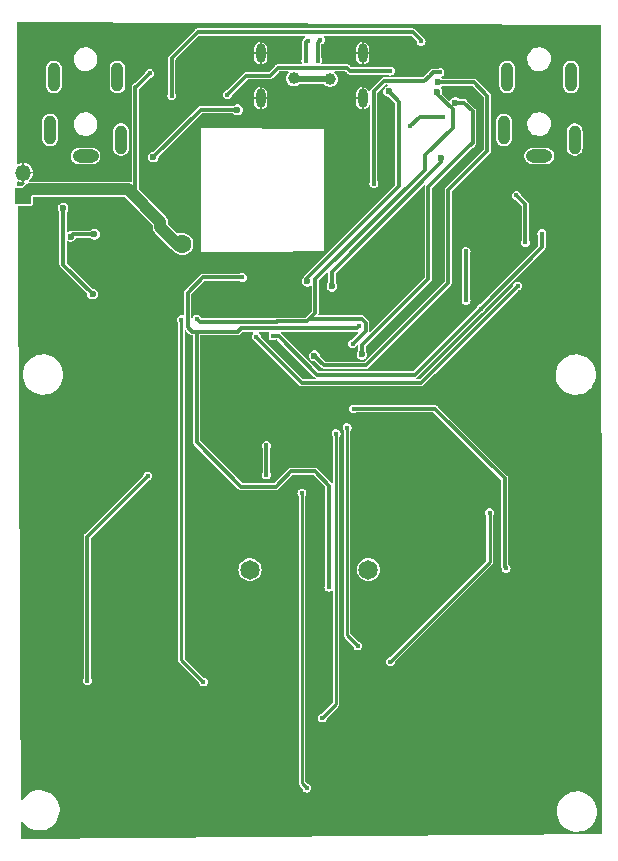
<source format=gbr>
G04 #@! TF.GenerationSoftware,KiCad,Pcbnew,7.0.5*
G04 #@! TF.CreationDate,2023-09-25T09:29:56+01:00*
G04 #@! TF.ProjectId,MaxTENS,4d617854-454e-4532-9e6b-696361645f70,rev?*
G04 #@! TF.SameCoordinates,Original*
G04 #@! TF.FileFunction,Copper,L2,Bot*
G04 #@! TF.FilePolarity,Positive*
%FSLAX46Y46*%
G04 Gerber Fmt 4.6, Leading zero omitted, Abs format (unit mm)*
G04 Created by KiCad (PCBNEW 7.0.5) date 2023-09-25 09:29:56*
%MOMM*%
%LPD*%
G01*
G04 APERTURE LIST*
G04 #@! TA.AperFunction,ComponentPad*
%ADD10O,2.216000X1.108000*%
G04 #@! TD*
G04 #@! TA.AperFunction,ComponentPad*
%ADD11O,1.050000X2.450000*%
G04 #@! TD*
G04 #@! TA.AperFunction,ComponentPad*
%ADD12O,0.800000X1.600000*%
G04 #@! TD*
G04 #@! TA.AperFunction,ComponentPad*
%ADD13R,1.350000X1.350000*%
G04 #@! TD*
G04 #@! TA.AperFunction,ComponentPad*
%ADD14O,1.350000X1.350000*%
G04 #@! TD*
G04 #@! TA.AperFunction,ComponentPad*
%ADD15C,1.650000*%
G04 #@! TD*
G04 #@! TA.AperFunction,ViaPad*
%ADD16C,1.600000*%
G04 #@! TD*
G04 #@! TA.AperFunction,ViaPad*
%ADD17C,0.450000*%
G04 #@! TD*
G04 #@! TA.AperFunction,ViaPad*
%ADD18C,0.600000*%
G04 #@! TD*
G04 #@! TA.AperFunction,ViaPad*
%ADD19C,1.000000*%
G04 #@! TD*
G04 #@! TA.AperFunction,Conductor*
%ADD20C,0.300000*%
G04 #@! TD*
G04 #@! TA.AperFunction,Conductor*
%ADD21C,1.000000*%
G04 #@! TD*
G04 #@! TA.AperFunction,Conductor*
%ADD22C,0.500000*%
G04 #@! TD*
G04 #@! TA.AperFunction,Conductor*
%ADD23C,0.254000*%
G04 #@! TD*
G04 APERTURE END LIST*
D10*
G04 #@! TO.P,J3,A*
G04 #@! TO.N,/ElectrodeChannels/CH1_P*
X204400000Y-51500000D03*
D11*
G04 #@! TO.P,J3,B*
G04 #@! TO.N,/ElectrodeChannels/CH1_N*
X207400000Y-50100000D03*
G04 #@! TO.P,J3,C*
X201400000Y-49300000D03*
G04 #@! TO.P,J3,SH1*
G04 #@! TO.N,N/C*
X207100000Y-44800000D03*
G04 #@! TO.P,J3,SH2*
X201700000Y-44800000D03*
G04 #@! TD*
D12*
G04 #@! TO.P,J1,S1,SHIELD*
G04 #@! TO.N,GND*
X227870000Y-46600000D03*
G04 #@! TO.P,J1,S2,SHIELD*
X219230000Y-46600000D03*
G04 #@! TO.P,J1,S3,SHIELD*
X227870000Y-42800000D03*
G04 #@! TO.P,J1,S4,SHIELD*
X219230000Y-42800000D03*
G04 #@! TD*
D13*
G04 #@! TO.P,J6,1,Pin_1*
G04 #@! TO.N,+BATT*
X199100000Y-54900000D03*
D14*
G04 #@! TO.P,J6,2,Pin_2*
G04 #@! TO.N,GND*
X199100000Y-52900000D03*
G04 #@! TD*
D15*
G04 #@! TO.P,J4,0*
G04 #@! TO.N,N/C*
X218318500Y-86529000D03*
X228351500Y-86529000D03*
G04 #@! TD*
D10*
G04 #@! TO.P,J2,A*
G04 #@! TO.N,/ElectrodeChannels/CH2_P*
X242800000Y-51500000D03*
D11*
G04 #@! TO.P,J2,B*
G04 #@! TO.N,/ElectrodeChannels/CH2_N*
X245800000Y-50100000D03*
G04 #@! TO.P,J2,C*
X239800000Y-49300000D03*
G04 #@! TO.P,J2,SH1*
G04 #@! TO.N,N/C*
X245500000Y-44800000D03*
G04 #@! TO.P,J2,SH2*
X240100000Y-44800000D03*
G04 #@! TD*
D16*
G04 #@! TO.N,+BATT*
X212580000Y-58940000D03*
D17*
X209840000Y-44500000D03*
G04 #@! TO.N,GND*
X235830000Y-63350000D03*
X202240000Y-55140000D03*
X224800000Y-74700000D03*
X227810000Y-55900000D03*
X206060000Y-51480000D03*
X208740000Y-78480000D03*
X218100000Y-85000000D03*
X223940000Y-71410000D03*
X205930000Y-55830000D03*
X221980000Y-92450000D03*
X222730000Y-79090000D03*
X220270000Y-43060000D03*
X231080000Y-60960000D03*
X218540000Y-72800000D03*
X227600000Y-92190000D03*
X209980000Y-67090000D03*
X218500000Y-71290000D03*
X242270000Y-58330000D03*
X224510000Y-62480000D03*
X218430000Y-61770000D03*
X209720000Y-77740000D03*
X227050000Y-73870000D03*
X239690000Y-51110000D03*
X244620000Y-51350000D03*
X218700000Y-69070000D03*
X221310000Y-74230000D03*
X209960000Y-67860000D03*
X240490000Y-54140000D03*
X224000000Y-88100000D03*
X243760000Y-57980000D03*
X223480000Y-92030000D03*
X224360000Y-91430000D03*
D16*
X209810000Y-58940000D03*
D17*
X218290000Y-67360000D03*
X231030000Y-61910000D03*
X203180000Y-57540000D03*
X231890000Y-43000000D03*
X221940000Y-79680000D03*
X223960000Y-98320000D03*
X209180000Y-44230000D03*
X204330000Y-63690000D03*
X224620000Y-68520000D03*
X220810000Y-45310000D03*
X222460000Y-41600000D03*
X221730000Y-80290000D03*
X228970000Y-62780000D03*
X236830000Y-64480000D03*
X237870000Y-50000000D03*
X235960000Y-59290000D03*
X209610000Y-52230000D03*
X205240000Y-62220000D03*
X233520000Y-41510000D03*
X215090000Y-95810000D03*
X205380000Y-95610000D03*
X211980000Y-47950000D03*
X231340000Y-42030000D03*
X212080000Y-57440000D03*
X203730000Y-95840000D03*
X202610000Y-51590000D03*
X240490000Y-55530000D03*
X223670000Y-99700000D03*
X219400000Y-91100000D03*
X223400000Y-80400000D03*
X212750000Y-57720000D03*
X237290000Y-63180000D03*
X223530000Y-79770000D03*
X211110000Y-59860000D03*
X229300000Y-43720000D03*
X223830000Y-73300000D03*
X234840000Y-42700000D03*
X224020000Y-72350000D03*
X205380000Y-94830000D03*
X237400000Y-46870000D03*
X215130000Y-96530000D03*
X211750000Y-65250000D03*
X218040000Y-66620000D03*
X223430000Y-73850000D03*
X242780000Y-50340000D03*
X223500000Y-105830000D03*
X227340000Y-93810000D03*
X222500000Y-105710000D03*
X237390000Y-59600000D03*
X222810000Y-74210000D03*
X210190000Y-60960000D03*
X221930000Y-104090000D03*
X228590000Y-54630000D03*
X230150000Y-59740000D03*
X218560000Y-41520000D03*
X211170000Y-49660000D03*
X210160000Y-66240000D03*
X218470000Y-69880000D03*
X228370000Y-67790000D03*
X223720000Y-104040000D03*
X241030000Y-51460000D03*
X213440000Y-96290000D03*
X219830000Y-74190000D03*
X203700000Y-94940000D03*
X231140000Y-42850000D03*
X203650000Y-58950000D03*
X224980000Y-42050000D03*
X228150000Y-44780000D03*
X229880000Y-46890000D03*
X211260000Y-62180000D03*
X234280000Y-41810000D03*
X210140000Y-79250000D03*
X224600000Y-100060000D03*
X230310000Y-43140000D03*
X228270000Y-93200000D03*
X212450000Y-46420000D03*
X234460000Y-43720000D03*
X226660000Y-42630000D03*
X220430000Y-67440000D03*
X204550000Y-50310000D03*
X218850000Y-73740000D03*
G04 #@! TO.N,VCC*
X231880000Y-48990000D03*
D18*
X210130000Y-51580000D03*
X217250500Y-47580000D03*
D17*
X234680000Y-48180000D03*
G04 #@! TO.N,+3.3V*
X217670000Y-61770000D03*
X228810000Y-53840000D03*
X227520000Y-65920000D03*
X234400000Y-44420000D03*
X225000000Y-88000000D03*
D19*
G04 #@! TO.N,+5V*
X222030000Y-44930000D03*
X225100000Y-44990000D03*
D17*
G04 #@! TO.N,/MCU/RIGHT_BTN*
X230200000Y-94300000D03*
X238600000Y-81700000D03*
X214360000Y-96030000D03*
X212510000Y-65340000D03*
G04 #@! TO.N,/MCU/SCLK*
X227000000Y-67400000D03*
X240000000Y-86400000D03*
X227095500Y-72900000D03*
X213820000Y-65280000D03*
D18*
X234160000Y-46040000D03*
G04 #@! TO.N,/MCU/MISO*
X223173556Y-62103556D03*
X230050000Y-46030000D03*
G04 #@! TO.N,/MCU/MOSI*
X223770000Y-68405000D03*
X234240000Y-45260000D03*
D17*
X219700000Y-76000000D03*
X219700000Y-78500000D03*
D18*
G04 #@! TO.N,/MCU/CS*
X227800000Y-68300000D03*
X235700000Y-46970000D03*
D17*
G04 #@! TO.N,/MCU/OK_BTN*
X225610000Y-75000000D03*
X224440000Y-99070000D03*
G04 #@! TO.N,/MCU/TIMER_BTN*
X227450000Y-92980000D03*
X226540000Y-74500000D03*
G04 #@! TO.N,/MCU/CH1_BTN*
X204540000Y-95910000D03*
X209670000Y-78590000D03*
G04 #@! TO.N,/MCU/MODE_BTN*
X222720000Y-80040000D03*
X223130000Y-105010000D03*
G04 #@! TO.N,Net-(J1-CC1)*
X224280000Y-41670000D03*
X224050000Y-43420000D03*
G04 #@! TO.N,Net-(J1-CC2)*
X223195000Y-41725000D03*
X223050000Y-43430000D03*
D18*
G04 #@! TO.N,/ElectrodeChannels/CH1_1*
X202490000Y-55900000D03*
X204990000Y-63190000D03*
D17*
G04 #@! TO.N,/ElectrodeChannels/CH2_2*
X218850000Y-66790000D03*
X240970000Y-62510000D03*
G04 #@! TO.N,/ElectrodeChannels/CH2_1*
X220270000Y-66730000D03*
X243040000Y-58060000D03*
X237860000Y-64410000D03*
D18*
G04 #@! TO.N,/BoostConverter/VFB*
X234520000Y-51680000D03*
X225260000Y-62520000D03*
D17*
G04 #@! TO.N,/Opamp/P0W*
X211700000Y-46400000D03*
X232800000Y-41800000D03*
G04 #@! TO.N,/Opamp/P1W*
X230200000Y-44300000D03*
X216400000Y-46300000D03*
D18*
G04 #@! TO.N,Net-(Q5-B)*
X205150000Y-58120000D03*
X203132500Y-58312500D03*
D17*
G04 #@! TO.N,Net-(Q7-C)*
X241630000Y-58810000D03*
X240860000Y-54820000D03*
G04 #@! TO.N,Net-(Q20-B)*
X236610000Y-63720000D03*
X236610000Y-59580000D03*
G04 #@! TD*
D20*
G04 #@! TO.N,/ElectrodeChannels/CH2_1*
X243040000Y-59230000D02*
X243040000Y-58060000D01*
X237860000Y-64410000D02*
X243040000Y-59230000D01*
X232260000Y-70010000D02*
X237860000Y-64410000D01*
X224030000Y-70010000D02*
X232260000Y-70010000D01*
X220750000Y-66730000D02*
X224030000Y-70010000D01*
X220270000Y-66730000D02*
X220750000Y-66730000D01*
D21*
G04 #@! TO.N,+BATT*
X207965000Y-54315000D02*
X210730000Y-57080000D01*
D20*
X212210000Y-58940000D02*
X208600000Y-55330000D01*
D21*
X212173273Y-58940000D02*
X212580000Y-58940000D01*
D20*
X208600000Y-45650000D02*
X208690000Y-45650000D01*
X212580000Y-58940000D02*
X212210000Y-58940000D01*
D21*
X199685000Y-54315000D02*
X207965000Y-54315000D01*
X210730000Y-57496727D02*
X212173273Y-58940000D01*
X210730000Y-57080000D02*
X210730000Y-57496727D01*
D20*
X208600000Y-55330000D02*
X208600000Y-45650000D01*
D21*
X199100000Y-54900000D02*
X199685000Y-54315000D01*
D20*
X208690000Y-45650000D02*
X209840000Y-44500000D01*
G04 #@! TO.N,VCC*
X210130000Y-51580000D02*
X214130000Y-47580000D01*
X231880000Y-48990000D02*
X232690000Y-48180000D01*
X232690000Y-48180000D02*
X234680000Y-48180000D01*
X214130000Y-47580000D02*
X217250500Y-47580000D01*
G04 #@! TO.N,+3.3V*
X217290000Y-66360000D02*
X213800000Y-66360000D01*
X227520000Y-65920000D02*
X227340000Y-66100000D01*
X213800000Y-75710000D02*
X217590000Y-79500000D01*
X220500000Y-79500000D02*
X221800000Y-78200000D01*
X217590000Y-79500000D02*
X220500000Y-79500000D01*
X223800000Y-78200000D02*
X225000000Y-79400000D01*
X213030000Y-65970000D02*
X213420000Y-66360000D01*
X213030000Y-63090000D02*
X213030000Y-65970000D01*
X233800000Y-44420000D02*
X234400000Y-44420000D01*
X221800000Y-78200000D02*
X223800000Y-78200000D01*
X233080000Y-45140000D02*
X233520000Y-44700000D01*
X233520000Y-44700000D02*
X233800000Y-44420000D01*
X228810000Y-46000000D02*
X229670000Y-45140000D01*
X225000000Y-79400000D02*
X225000000Y-88000000D01*
X214350000Y-61770000D02*
X213030000Y-63090000D01*
X217550000Y-66100000D02*
X217290000Y-66360000D01*
X217670000Y-61770000D02*
X214350000Y-61770000D01*
X213800000Y-66360000D02*
X213800000Y-75710000D01*
X213420000Y-66360000D02*
X213800000Y-66360000D01*
X228810000Y-53840000D02*
X228810000Y-46000000D01*
X229670000Y-45140000D02*
X233080000Y-45140000D01*
X227340000Y-66100000D02*
X217550000Y-66100000D01*
D22*
G04 #@! TO.N,+5V*
X222030000Y-44930000D02*
X222090000Y-44990000D01*
X222090000Y-44990000D02*
X225100000Y-44990000D01*
D23*
G04 #@! TO.N,/MCU/RIGHT_BTN*
X238600000Y-81700000D02*
X238600000Y-85900000D01*
X212510000Y-94180000D02*
X214360000Y-96030000D01*
X212510000Y-65340000D02*
X212510000Y-94180000D01*
X238600000Y-85900000D02*
X230200000Y-94300000D01*
D20*
G04 #@! TO.N,/MCU/SCLK*
X220597818Y-65510000D02*
X220607818Y-65500000D01*
X223310000Y-65300000D02*
X227800000Y-65300000D01*
X223110000Y-65500000D02*
X223310000Y-65300000D01*
X213820000Y-65280000D02*
X214050000Y-65510000D01*
X233140000Y-51430000D02*
X235472182Y-49097818D01*
X223110000Y-65500000D02*
X223830000Y-64780000D01*
X223830000Y-61950000D02*
X233140000Y-52640000D01*
X220607818Y-65500000D02*
X223110000Y-65500000D01*
X240000000Y-86400000D02*
X239900000Y-86300000D01*
X234160000Y-46207818D02*
X234160000Y-46040000D01*
X214050000Y-65510000D02*
X220597818Y-65510000D01*
X228100000Y-65600000D02*
X228100000Y-66300000D01*
X223830000Y-64780000D02*
X223830000Y-61950000D01*
X239900000Y-78800000D02*
X234000000Y-72900000D01*
X227800000Y-65300000D02*
X228100000Y-65600000D01*
X235472182Y-47520000D02*
X234160000Y-46207818D01*
X234000000Y-72900000D02*
X227095500Y-72900000D01*
X235472182Y-49097818D02*
X235472182Y-47520000D01*
X233140000Y-52640000D02*
X233140000Y-51430000D01*
X228100000Y-66300000D02*
X227000000Y-67400000D01*
X239900000Y-86300000D02*
X239900000Y-78800000D01*
G04 #@! TO.N,/MCU/MISO*
X230930000Y-46910000D02*
X230050000Y-46030000D01*
X223173556Y-61796444D02*
X230930000Y-54040000D01*
X230930000Y-54040000D02*
X230930000Y-46910000D01*
X223173556Y-62103556D02*
X223173556Y-61796444D01*
G04 #@! TO.N,/MCU/MOSI*
X219700000Y-76000000D02*
X219700000Y-78500000D01*
X228175000Y-69200000D02*
X235090000Y-62285000D01*
X238420000Y-51040000D02*
X238420000Y-46410000D01*
X237270000Y-45260000D02*
X234240000Y-45260000D01*
X223770000Y-68405000D02*
X224565000Y-69200000D01*
X235090000Y-54370000D02*
X238420000Y-51040000D01*
X224565000Y-69200000D02*
X228175000Y-69200000D01*
X238420000Y-46410000D02*
X237270000Y-45260000D01*
X235090000Y-62285000D02*
X235090000Y-54370000D01*
G04 #@! TO.N,/MCU/CS*
X227800000Y-67500000D02*
X233430000Y-61870000D01*
X236430000Y-46970000D02*
X235700000Y-46970000D01*
X237170000Y-47710000D02*
X236430000Y-46970000D01*
X233430000Y-61870000D02*
X233430000Y-54130000D01*
X227800000Y-68300000D02*
X227800000Y-67500000D01*
X236900000Y-50650000D02*
X237170000Y-50380000D01*
X233430000Y-54130000D02*
X236900000Y-50660000D01*
X237170000Y-50380000D02*
X237170000Y-47710000D01*
X236900000Y-50660000D02*
X236900000Y-50650000D01*
D23*
G04 #@! TO.N,/MCU/OK_BTN*
X225610000Y-75000000D02*
X225610000Y-97900000D01*
X225610000Y-97900000D02*
X224440000Y-99070000D01*
G04 #@! TO.N,/MCU/TIMER_BTN*
X226540000Y-92070000D02*
X227450000Y-92980000D01*
X226540000Y-74500000D02*
X226540000Y-92070000D01*
D20*
G04 #@! TO.N,/MCU/CH1_BTN*
X209670000Y-78590000D02*
X204540000Y-83720000D01*
X204540000Y-83720000D02*
X204540000Y-95910000D01*
D23*
G04 #@! TO.N,/MCU/MODE_BTN*
X222720000Y-80040000D02*
X222720000Y-104600000D01*
X222720000Y-104600000D02*
X223130000Y-105010000D01*
D20*
G04 #@! TO.N,Net-(J1-CC1)*
X224280000Y-41670000D02*
X224050000Y-41900000D01*
X224050000Y-41900000D02*
X224050000Y-43420000D01*
G04 #@! TO.N,Net-(J1-CC2)*
X223050000Y-43430000D02*
X223050000Y-41870000D01*
X223050000Y-41870000D02*
X223195000Y-41725000D01*
G04 #@! TO.N,/ElectrodeChannels/CH1_1*
X202490000Y-55900000D02*
X202490000Y-60690000D01*
X202490000Y-60690000D02*
X204990000Y-63190000D01*
G04 #@! TO.N,/ElectrodeChannels/CH2_2*
X222700000Y-70700000D02*
X232780000Y-70700000D01*
X218850000Y-66790000D02*
X218850000Y-66850000D01*
X232780000Y-70700000D02*
X240970000Y-62510000D01*
X218850000Y-66850000D02*
X222700000Y-70700000D01*
G04 #@! TO.N,/BoostConverter/VFB*
X234520000Y-51680000D02*
X234520000Y-52040000D01*
X225260000Y-61300000D02*
X225260000Y-62520000D01*
X234520000Y-52040000D02*
X225260000Y-61300000D01*
G04 #@! TO.N,/Opamp/P0W*
X211700000Y-43200000D02*
X213900000Y-41000000D01*
X232100000Y-41000000D02*
X232800000Y-41700000D01*
X211700000Y-46400000D02*
X211700000Y-43200000D01*
X213900000Y-41000000D02*
X232100000Y-41000000D01*
X232800000Y-41700000D02*
X232800000Y-41800000D01*
G04 #@! TO.N,/Opamp/P1W*
X226540000Y-44040000D02*
X226800000Y-44300000D01*
X220660000Y-44040000D02*
X226540000Y-44040000D01*
X220000000Y-44700000D02*
X220660000Y-44040000D01*
X216400000Y-46300000D02*
X218000000Y-44700000D01*
X226800000Y-44300000D02*
X230200000Y-44300000D01*
X218000000Y-44700000D02*
X220000000Y-44700000D01*
G04 #@! TO.N,Net-(Q5-B)*
X203325000Y-58120000D02*
X205150000Y-58120000D01*
X203132500Y-58312500D02*
X203325000Y-58120000D01*
G04 #@! TO.N,Net-(Q7-C)*
X241630000Y-55590000D02*
X240860000Y-54820000D01*
X241630000Y-58810000D02*
X241630000Y-55590000D01*
G04 #@! TO.N,Net-(Q20-B)*
X236610000Y-59580000D02*
X236610000Y-63720000D01*
G04 #@! TD*
G04 #@! TA.AperFunction,Conductor*
G04 #@! TO.N,GND*
G36*
X219943264Y-66417813D02*
G01*
X219968574Y-66461650D01*
X219961632Y-66508094D01*
X219959334Y-66512606D01*
X219908426Y-66612515D01*
X219908426Y-66612517D01*
X219900467Y-66662773D01*
X219889819Y-66730000D01*
X219904877Y-66825073D01*
X219908426Y-66847482D01*
X219908426Y-66847483D01*
X219935941Y-66901483D01*
X219962427Y-66953465D01*
X220046535Y-67037573D01*
X220152518Y-67091574D01*
X220270000Y-67110181D01*
X220387482Y-67091574D01*
X220491517Y-67038565D01*
X220525111Y-67030500D01*
X220594877Y-67030500D01*
X220642443Y-67047813D01*
X220647203Y-67052174D01*
X223774318Y-70179289D01*
X223781404Y-70189137D01*
X223781910Y-70188756D01*
X223786043Y-70194229D01*
X223821785Y-70226812D01*
X223823022Y-70227993D01*
X223837203Y-70242174D01*
X223840856Y-70244676D01*
X223844858Y-70247847D01*
X223856927Y-70258849D01*
X223870052Y-70270815D01*
X223893539Y-70315655D01*
X223882709Y-70365102D01*
X223842628Y-70396018D01*
X223820197Y-70399500D01*
X222855123Y-70399500D01*
X222807557Y-70382187D01*
X222802797Y-70377826D01*
X219250044Y-66825073D01*
X219229282Y-66784324D01*
X219211574Y-66672518D01*
X219211574Y-66672517D01*
X219211573Y-66672516D01*
X219210544Y-66670496D01*
X219157573Y-66566535D01*
X219117864Y-66526826D01*
X219096472Y-66480950D01*
X219109573Y-66432055D01*
X219151037Y-66403021D01*
X219170190Y-66400500D01*
X219895698Y-66400500D01*
X219943264Y-66417813D01*
G37*
G04 #@! TD.AperFunction*
G04 #@! TA.AperFunction,Conductor*
G36*
X233114069Y-53957381D02*
G01*
X233143103Y-53998845D01*
X233143653Y-54034964D01*
X233142842Y-54038405D01*
X233141328Y-54043293D01*
X233129500Y-54073827D01*
X233129499Y-54073829D01*
X233129499Y-54086557D01*
X233127534Y-54103491D01*
X233124621Y-54115878D01*
X233124621Y-54115881D01*
X233129145Y-54148316D01*
X233129500Y-54153424D01*
X233129500Y-61714876D01*
X233112187Y-61762442D01*
X233107826Y-61767202D01*
X228529503Y-66345524D01*
X228483627Y-66366916D01*
X228434732Y-66353815D01*
X228405698Y-66312351D01*
X228403887Y-66303422D01*
X228402259Y-66291752D01*
X228400854Y-66281684D01*
X228400500Y-66276573D01*
X228400500Y-66037826D01*
X228400500Y-65661082D01*
X228402455Y-65649115D01*
X228401826Y-65649028D01*
X228402773Y-65642237D01*
X228401939Y-65624189D01*
X228400538Y-65593897D01*
X228400500Y-65592211D01*
X228400500Y-65572157D01*
X228399688Y-65567817D01*
X228399096Y-65562727D01*
X228397585Y-65530008D01*
X228392441Y-65518360D01*
X228387398Y-65502070D01*
X228385061Y-65489567D01*
X228367821Y-65461723D01*
X228365436Y-65457196D01*
X228352206Y-65427235D01*
X228343207Y-65418236D01*
X228332615Y-65404863D01*
X228325920Y-65394049D01*
X228325919Y-65394048D01*
X228299784Y-65374312D01*
X228295920Y-65370949D01*
X228055682Y-65130711D01*
X228048597Y-65120862D01*
X228048091Y-65121245D01*
X228043958Y-65115772D01*
X228029138Y-65102262D01*
X228008208Y-65083181D01*
X228006976Y-65082005D01*
X227992796Y-65067825D01*
X227989149Y-65065326D01*
X227985132Y-65062144D01*
X227978977Y-65056533D01*
X227960933Y-65040084D01*
X227949061Y-65035484D01*
X227933981Y-65027536D01*
X227923480Y-65020343D01*
X227891612Y-65012848D01*
X227886713Y-65011331D01*
X227856174Y-64999500D01*
X227856173Y-64999500D01*
X227843447Y-64999500D01*
X227826504Y-64997534D01*
X227814119Y-64994621D01*
X227814117Y-64994621D01*
X227803641Y-64996082D01*
X227781684Y-64999145D01*
X227776574Y-64999500D01*
X224180497Y-64999500D01*
X224132931Y-64982187D01*
X224107621Y-64938350D01*
X224108462Y-64908558D01*
X224109656Y-64903481D01*
X224109657Y-64903480D01*
X224117153Y-64871607D01*
X224118669Y-64866711D01*
X224130500Y-64836172D01*
X224130500Y-64823446D01*
X224132466Y-64806502D01*
X224135379Y-64794119D01*
X224130854Y-64761683D01*
X224130500Y-64756573D01*
X224130500Y-62105122D01*
X224147813Y-62057556D01*
X224152174Y-62052796D01*
X224542509Y-61662461D01*
X224833175Y-61371795D01*
X224879050Y-61350404D01*
X224927945Y-61363505D01*
X224956979Y-61404969D01*
X224959500Y-61424122D01*
X224959500Y-62151260D01*
X224942187Y-62198826D01*
X224941426Y-62199719D01*
X224877119Y-62273934D01*
X224877118Y-62273936D01*
X224823302Y-62391776D01*
X224804867Y-62519999D01*
X224823302Y-62648223D01*
X224823302Y-62648224D01*
X224823303Y-62648226D01*
X224877118Y-62766063D01*
X224961951Y-62863967D01*
X225070931Y-62934004D01*
X225195228Y-62970500D01*
X225324772Y-62970500D01*
X225449069Y-62934004D01*
X225558049Y-62863967D01*
X225642882Y-62766063D01*
X225696697Y-62648226D01*
X225715133Y-62520000D01*
X225696697Y-62391774D01*
X225642882Y-62273937D01*
X225642880Y-62273935D01*
X225642880Y-62273934D01*
X225578574Y-62199719D01*
X225560509Y-62152433D01*
X225560500Y-62151260D01*
X225560500Y-61455122D01*
X225577813Y-61407556D01*
X225582163Y-61402807D01*
X233019299Y-53965671D01*
X233065174Y-53944280D01*
X233114069Y-53957381D01*
G37*
G04 #@! TD.AperFunction*
G04 #@! TA.AperFunction,Conductor*
G36*
X247976434Y-40409643D02*
G01*
X248023916Y-40427186D01*
X248049012Y-40471146D01*
X248050075Y-40483566D01*
X248119924Y-108836509D01*
X248102660Y-108884093D01*
X248058848Y-108909448D01*
X248046511Y-108910583D01*
X199044135Y-109299411D01*
X198996433Y-109282476D01*
X198970776Y-109238841D01*
X198969549Y-109225869D01*
X198961533Y-107906374D01*
X198978556Y-107858706D01*
X199022238Y-107833131D01*
X199072141Y-107841618D01*
X199094382Y-107861065D01*
X199226750Y-108034716D01*
X199414886Y-108215778D01*
X199527491Y-108294982D01*
X199628457Y-108366000D01*
X199628459Y-108366001D01*
X199862456Y-108481861D01*
X200046937Y-108540242D01*
X200111395Y-108560641D01*
X200369445Y-108600500D01*
X200565171Y-108600500D01*
X200565177Y-108600500D01*
X200760344Y-108585516D01*
X200760350Y-108585514D01*
X200760354Y-108585514D01*
X200866647Y-108560640D01*
X201014586Y-108526021D01*
X201256766Y-108428414D01*
X201446228Y-108315778D01*
X201481204Y-108294985D01*
X201481205Y-108294983D01*
X201481208Y-108294982D01*
X201682652Y-108128852D01*
X201856375Y-107933920D01*
X201998306Y-107714753D01*
X202105118Y-107476489D01*
X202174307Y-107224713D01*
X202204252Y-106965325D01*
X202203077Y-106934673D01*
X244295748Y-106934673D01*
X244305749Y-107195594D01*
X244355462Y-107451928D01*
X244355463Y-107451931D01*
X244443717Y-107697661D01*
X244443718Y-107697663D01*
X244568456Y-107927053D01*
X244568458Y-107927056D01*
X244568459Y-107927057D01*
X244726750Y-108134716D01*
X244914886Y-108315778D01*
X245027491Y-108394982D01*
X245128457Y-108466000D01*
X245128459Y-108466001D01*
X245362456Y-108581861D01*
X245546937Y-108640242D01*
X245611395Y-108660641D01*
X245869445Y-108700500D01*
X246065171Y-108700500D01*
X246065177Y-108700500D01*
X246260344Y-108685516D01*
X246260350Y-108685514D01*
X246260354Y-108685514D01*
X246366647Y-108660640D01*
X246514586Y-108626021D01*
X246756766Y-108528414D01*
X246924970Y-108428416D01*
X246981204Y-108394985D01*
X246981205Y-108394983D01*
X246981208Y-108394982D01*
X247182652Y-108228852D01*
X247356375Y-108033920D01*
X247498306Y-107814753D01*
X247605118Y-107576489D01*
X247674307Y-107324713D01*
X247704252Y-107065325D01*
X247694251Y-106804407D01*
X247644538Y-106548073D01*
X247563886Y-106323511D01*
X247556282Y-106302338D01*
X247556281Y-106302336D01*
X247431543Y-106072946D01*
X247365473Y-105986270D01*
X247273250Y-105865284D01*
X247085114Y-105684222D01*
X247027279Y-105643542D01*
X246871542Y-105533999D01*
X246871540Y-105533998D01*
X246637543Y-105418138D01*
X246388606Y-105339359D01*
X246130555Y-105299500D01*
X245934823Y-105299500D01*
X245856891Y-105305483D01*
X245739660Y-105314483D01*
X245739645Y-105314485D01*
X245485412Y-105373979D01*
X245243239Y-105471583D01*
X245243222Y-105471592D01*
X245018795Y-105605014D01*
X245018792Y-105605017D01*
X244817344Y-105771151D01*
X244643628Y-105966075D01*
X244643624Y-105966081D01*
X244501693Y-106185247D01*
X244501693Y-106185248D01*
X244394886Y-106423500D01*
X244394882Y-106423511D01*
X244325693Y-106675287D01*
X244322331Y-106704407D01*
X244295748Y-106934673D01*
X202203077Y-106934673D01*
X202194251Y-106704407D01*
X202144538Y-106448073D01*
X202092196Y-106302336D01*
X202056282Y-106202338D01*
X202056281Y-106202336D01*
X201931543Y-105972946D01*
X201926310Y-105966081D01*
X201773250Y-105765284D01*
X201585114Y-105584222D01*
X201513710Y-105533998D01*
X201371542Y-105433999D01*
X201371540Y-105433998D01*
X201137543Y-105318138D01*
X200888606Y-105239359D01*
X200630555Y-105199500D01*
X200434823Y-105199500D01*
X200356891Y-105205483D01*
X200239660Y-105214483D01*
X200239645Y-105214485D01*
X199985412Y-105273979D01*
X199743239Y-105371583D01*
X199743222Y-105371592D01*
X199518795Y-105505014D01*
X199518792Y-105505017D01*
X199317344Y-105671151D01*
X199143628Y-105866075D01*
X199085551Y-105955756D01*
X199045163Y-105986270D01*
X198994610Y-105983685D01*
X198957546Y-105949210D01*
X198949440Y-105915986D01*
X198888648Y-95910000D01*
X204159819Y-95910000D01*
X204178426Y-96027482D01*
X204178426Y-96027483D01*
X204199232Y-96068317D01*
X204232427Y-96133465D01*
X204316535Y-96217573D01*
X204422518Y-96271574D01*
X204540000Y-96290181D01*
X204657482Y-96271574D01*
X204763465Y-96217573D01*
X204847573Y-96133465D01*
X204901574Y-96027482D01*
X204920181Y-95910000D01*
X204901574Y-95792518D01*
X204901573Y-95792516D01*
X204901573Y-95792515D01*
X204848565Y-95688482D01*
X204840499Y-95654886D01*
X204840499Y-91924403D01*
X204840499Y-83875120D01*
X204857812Y-83827557D01*
X204862162Y-83822808D01*
X209706220Y-78978750D01*
X209746967Y-78957990D01*
X209787482Y-78951574D01*
X209893465Y-78897573D01*
X209977573Y-78813465D01*
X210031574Y-78707482D01*
X210050181Y-78590000D01*
X210031574Y-78472518D01*
X209977573Y-78366535D01*
X209893465Y-78282427D01*
X209819791Y-78244888D01*
X209787483Y-78228426D01*
X209670000Y-78209819D01*
X209552517Y-78228426D01*
X209552516Y-78228426D01*
X209446533Y-78282428D01*
X209362427Y-78366534D01*
X209362427Y-78366535D01*
X209308427Y-78472515D01*
X209308425Y-78472520D01*
X209302008Y-78513034D01*
X209281245Y-78553782D01*
X204370708Y-83464319D01*
X204360865Y-83471405D01*
X204361245Y-83471908D01*
X204355773Y-83476040D01*
X204323174Y-83511797D01*
X204321997Y-83513029D01*
X204307822Y-83527206D01*
X204305326Y-83530851D01*
X204302145Y-83534866D01*
X204280085Y-83559065D01*
X204280083Y-83559067D01*
X204275483Y-83570941D01*
X204267536Y-83586017D01*
X204260344Y-83596517D01*
X204252847Y-83628390D01*
X204251330Y-83633288D01*
X204239499Y-83663828D01*
X204239499Y-83676557D01*
X204237534Y-83693491D01*
X204234621Y-83705878D01*
X204234621Y-83705881D01*
X204239145Y-83738316D01*
X204239500Y-83743424D01*
X204239500Y-95654888D01*
X204231434Y-95688484D01*
X204178426Y-95792515D01*
X204178426Y-95792517D01*
X204159819Y-95910000D01*
X198888648Y-95910000D01*
X198730835Y-69934673D01*
X199095748Y-69934673D01*
X199105749Y-70195594D01*
X199155462Y-70451928D01*
X199155463Y-70451931D01*
X199243717Y-70697661D01*
X199243718Y-70697663D01*
X199368456Y-70927053D01*
X199368458Y-70927056D01*
X199368459Y-70927057D01*
X199526750Y-71134716D01*
X199714886Y-71315778D01*
X199827491Y-71394982D01*
X199928457Y-71466000D01*
X199928459Y-71466001D01*
X200162456Y-71581861D01*
X200346937Y-71640242D01*
X200411395Y-71660641D01*
X200669445Y-71700500D01*
X200865171Y-71700500D01*
X200865177Y-71700500D01*
X201060344Y-71685516D01*
X201060350Y-71685514D01*
X201060354Y-71685514D01*
X201166647Y-71660640D01*
X201314586Y-71626021D01*
X201556766Y-71528414D01*
X201661752Y-71465999D01*
X201781204Y-71394985D01*
X201781205Y-71394983D01*
X201781208Y-71394982D01*
X201982652Y-71228852D01*
X202156375Y-71033920D01*
X202298306Y-70814753D01*
X202405118Y-70576489D01*
X202474307Y-70324713D01*
X202504252Y-70065325D01*
X202494251Y-69804407D01*
X202444538Y-69548073D01*
X202415231Y-69466472D01*
X202356282Y-69302338D01*
X202356281Y-69302336D01*
X202231543Y-69072946D01*
X202231541Y-69072943D01*
X202073250Y-68865284D01*
X201885114Y-68684222D01*
X201816976Y-68636295D01*
X201671542Y-68533999D01*
X201671540Y-68533998D01*
X201437543Y-68418138D01*
X201188606Y-68339359D01*
X200930555Y-68299500D01*
X200734823Y-68299500D01*
X200656891Y-68305483D01*
X200539660Y-68314483D01*
X200539645Y-68314485D01*
X200285412Y-68373979D01*
X200043239Y-68471583D01*
X200043222Y-68471592D01*
X199818795Y-68605014D01*
X199818792Y-68605017D01*
X199617344Y-68771151D01*
X199443628Y-68966075D01*
X199443624Y-68966081D01*
X199301693Y-69185247D01*
X199301693Y-69185248D01*
X199194886Y-69423500D01*
X199194882Y-69423511D01*
X199173101Y-69502773D01*
X199125693Y-69675287D01*
X199123742Y-69692187D01*
X199095748Y-69934673D01*
X198730835Y-69934673D01*
X198702920Y-65340000D01*
X212129819Y-65340000D01*
X212137827Y-65390559D01*
X212148426Y-65457482D01*
X212148426Y-65457484D01*
X212179448Y-65518367D01*
X212202427Y-65563465D01*
X212210826Y-65571864D01*
X212232218Y-65617739D01*
X212232500Y-65624189D01*
X212232500Y-94122661D01*
X212230632Y-94134109D01*
X212231347Y-94134209D01*
X212230399Y-94140998D01*
X212232460Y-94185559D01*
X212232500Y-94187268D01*
X212232500Y-94205713D01*
X212233213Y-94209532D01*
X212233804Y-94214622D01*
X212235192Y-94244633D01*
X212235192Y-94244636D01*
X212239674Y-94254787D01*
X212244718Y-94271074D01*
X212246757Y-94281981D01*
X212256408Y-94297569D01*
X212262564Y-94307510D01*
X212264956Y-94312048D01*
X212277096Y-94339541D01*
X212284943Y-94347388D01*
X212295532Y-94360756D01*
X212301373Y-94370189D01*
X212325348Y-94388294D01*
X212329211Y-94391656D01*
X213965124Y-96027568D01*
X213985887Y-96068317D01*
X213998426Y-96147482D01*
X214052427Y-96253465D01*
X214136535Y-96337573D01*
X214242518Y-96391574D01*
X214360000Y-96410181D01*
X214477482Y-96391574D01*
X214583465Y-96337573D01*
X214667573Y-96253465D01*
X214721574Y-96147482D01*
X214740181Y-96030000D01*
X214721574Y-95912518D01*
X214667573Y-95806535D01*
X214583465Y-95722427D01*
X214477482Y-95668426D01*
X214477480Y-95668425D01*
X214477478Y-95668425D01*
X214398318Y-95655887D01*
X214357569Y-95635124D01*
X212809174Y-94086729D01*
X212787782Y-94040853D01*
X212787500Y-94034403D01*
X212787500Y-86528999D01*
X217338280Y-86528999D01*
X217357115Y-86720232D01*
X217381403Y-86800300D01*
X217412895Y-86904114D01*
X217503477Y-87073581D01*
X217625380Y-87222120D01*
X217773919Y-87344023D01*
X217943386Y-87434605D01*
X218127269Y-87490385D01*
X218318500Y-87509220D01*
X218509731Y-87490385D01*
X218693614Y-87434605D01*
X218863081Y-87344023D01*
X219011620Y-87222120D01*
X219133523Y-87073581D01*
X219224105Y-86904114D01*
X219279885Y-86720231D01*
X219298720Y-86529000D01*
X219279885Y-86337769D01*
X219224105Y-86153886D01*
X219133523Y-85984419D01*
X219011620Y-85835880D01*
X218863081Y-85713977D01*
X218693614Y-85623395D01*
X218589800Y-85591903D01*
X218509732Y-85567615D01*
X218318500Y-85548780D01*
X218127267Y-85567615D01*
X217943383Y-85623396D01*
X217791312Y-85704680D01*
X217773919Y-85713977D01*
X217773916Y-85713978D01*
X217773912Y-85713982D01*
X217625380Y-85835880D01*
X217503482Y-85984412D01*
X217503476Y-85984421D01*
X217412896Y-86153883D01*
X217357115Y-86337767D01*
X217338280Y-86528999D01*
X212787500Y-86528999D01*
X212787500Y-80040000D01*
X222339819Y-80040000D01*
X222358426Y-80157482D01*
X222358426Y-80157483D01*
X222412426Y-80263464D01*
X222412427Y-80263465D01*
X222420824Y-80271862D01*
X222442218Y-80317737D01*
X222442500Y-80324189D01*
X222442500Y-104542661D01*
X222440632Y-104554109D01*
X222441347Y-104554209D01*
X222440399Y-104560998D01*
X222442460Y-104605559D01*
X222442500Y-104607268D01*
X222442500Y-104625713D01*
X222443213Y-104629532D01*
X222443803Y-104634617D01*
X222444442Y-104648425D01*
X222445192Y-104664633D01*
X222445192Y-104664636D01*
X222449674Y-104674787D01*
X222454718Y-104691074D01*
X222456757Y-104701981D01*
X222472564Y-104727510D01*
X222474956Y-104732048D01*
X222487096Y-104759541D01*
X222494943Y-104767388D01*
X222505532Y-104780756D01*
X222511373Y-104790189D01*
X222535348Y-104808294D01*
X222539211Y-104811656D01*
X222735124Y-105007569D01*
X222755887Y-105048318D01*
X222768426Y-105127482D01*
X222822427Y-105233465D01*
X222906535Y-105317573D01*
X223012518Y-105371574D01*
X223130000Y-105390181D01*
X223247482Y-105371574D01*
X223353465Y-105317573D01*
X223437573Y-105233465D01*
X223491574Y-105127482D01*
X223510181Y-105010000D01*
X223491574Y-104892518D01*
X223437573Y-104786535D01*
X223353465Y-104702427D01*
X223247482Y-104648426D01*
X223247480Y-104648425D01*
X223247478Y-104648425D01*
X223168317Y-104635887D01*
X223127568Y-104615124D01*
X223019174Y-104506729D01*
X222997782Y-104460852D01*
X222997500Y-104454403D01*
X222997500Y-80324190D01*
X223014813Y-80276624D01*
X223019174Y-80271864D01*
X223019177Y-80271861D01*
X223027573Y-80263465D01*
X223081574Y-80157482D01*
X223100181Y-80040000D01*
X223081574Y-79922518D01*
X223027573Y-79816535D01*
X222943465Y-79732427D01*
X222871814Y-79695919D01*
X222837483Y-79678426D01*
X222720000Y-79659819D01*
X222602517Y-79678426D01*
X222602516Y-79678426D01*
X222496533Y-79732428D01*
X222412428Y-79816533D01*
X222358426Y-79922516D01*
X222358426Y-79922517D01*
X222339819Y-80040000D01*
X212787500Y-80040000D01*
X212787500Y-66331123D01*
X212804813Y-66283557D01*
X212848650Y-66258247D01*
X212898500Y-66267037D01*
X212913826Y-66278797D01*
X213164318Y-66529289D01*
X213171404Y-66539137D01*
X213171910Y-66538756D01*
X213176041Y-66544227D01*
X213176042Y-66544228D01*
X213200511Y-66566535D01*
X213211785Y-66576812D01*
X213213022Y-66577993D01*
X213227203Y-66592174D01*
X213230856Y-66594676D01*
X213234858Y-66597847D01*
X213247990Y-66609818D01*
X213259065Y-66619915D01*
X213259066Y-66619915D01*
X213259067Y-66619916D01*
X213270934Y-66624513D01*
X213286022Y-66632465D01*
X213296519Y-66639656D01*
X213319500Y-66645061D01*
X213328387Y-66647151D01*
X213333289Y-66648669D01*
X213363826Y-66660500D01*
X213363827Y-66660500D01*
X213376553Y-66660500D01*
X213393496Y-66662466D01*
X213405881Y-66665379D01*
X213415273Y-66664068D01*
X213464773Y-66674640D01*
X213495899Y-66714558D01*
X213499499Y-66737358D01*
X213499500Y-75648912D01*
X213497547Y-75660889D01*
X213498174Y-75660977D01*
X213497226Y-75667765D01*
X213498367Y-75692427D01*
X213499461Y-75716102D01*
X213499500Y-75717787D01*
X213499500Y-75737850D01*
X213500311Y-75742186D01*
X213500903Y-75747281D01*
X213502415Y-75779994D01*
X213507554Y-75791632D01*
X213512600Y-75807923D01*
X213514938Y-75820432D01*
X213514939Y-75820433D01*
X213532175Y-75848274D01*
X213534566Y-75852809D01*
X213547794Y-75882765D01*
X213547795Y-75882766D01*
X213556793Y-75891764D01*
X213567380Y-75905130D01*
X213574081Y-75915952D01*
X213574082Y-75915953D01*
X213600212Y-75935686D01*
X213604082Y-75939053D01*
X217334318Y-79669289D01*
X217341404Y-79679137D01*
X217341910Y-79678756D01*
X217346043Y-79684229D01*
X217381785Y-79716812D01*
X217383022Y-79717993D01*
X217397203Y-79732174D01*
X217400856Y-79734676D01*
X217404858Y-79737847D01*
X217417990Y-79749818D01*
X217429065Y-79759915D01*
X217429066Y-79759915D01*
X217429067Y-79759916D01*
X217440934Y-79764513D01*
X217456022Y-79772465D01*
X217466519Y-79779656D01*
X217489500Y-79785061D01*
X217498387Y-79787151D01*
X217503289Y-79788669D01*
X217533826Y-79800500D01*
X217533827Y-79800500D01*
X217546553Y-79800500D01*
X217563496Y-79802466D01*
X217575881Y-79805379D01*
X217608315Y-79800854D01*
X217613426Y-79800500D01*
X220438913Y-79800500D01*
X220450889Y-79802453D01*
X220450977Y-79801826D01*
X220457765Y-79802773D01*
X220506103Y-79800538D01*
X220507788Y-79800500D01*
X220527842Y-79800500D01*
X220527844Y-79800500D01*
X220532187Y-79799687D01*
X220537266Y-79799097D01*
X220569992Y-79797585D01*
X220581639Y-79792441D01*
X220597927Y-79787398D01*
X220610433Y-79785061D01*
X220638281Y-79767818D01*
X220642794Y-79765438D01*
X220672765Y-79752206D01*
X220681761Y-79743208D01*
X220695138Y-79732614D01*
X220695439Y-79732428D01*
X220705952Y-79725919D01*
X220725687Y-79699783D01*
X220729051Y-79695919D01*
X221902798Y-78522174D01*
X221948675Y-78500782D01*
X221955124Y-78500500D01*
X223644877Y-78500500D01*
X223692443Y-78517813D01*
X223697203Y-78522174D01*
X224677825Y-79502796D01*
X224699217Y-79548672D01*
X224699499Y-79555122D01*
X224699499Y-87744889D01*
X224691433Y-87778484D01*
X224638427Y-87882513D01*
X224638426Y-87882517D01*
X224619819Y-88000000D01*
X224638426Y-88117482D01*
X224638426Y-88117483D01*
X224665941Y-88171483D01*
X224692427Y-88223465D01*
X224776535Y-88307573D01*
X224882518Y-88361574D01*
X225000000Y-88380181D01*
X225117482Y-88361574D01*
X225223465Y-88307573D01*
X225223466Y-88307571D01*
X225224904Y-88306839D01*
X225275146Y-88300669D01*
X225317599Y-88328238D01*
X225332500Y-88372773D01*
X225332500Y-97754402D01*
X225315187Y-97801968D01*
X225310826Y-97806728D01*
X224442430Y-98675124D01*
X224401681Y-98695887D01*
X224322521Y-98708425D01*
X224322515Y-98708427D01*
X224216535Y-98762427D01*
X224216534Y-98762427D01*
X224132428Y-98846533D01*
X224078426Y-98952516D01*
X224078426Y-98952517D01*
X224059819Y-99069999D01*
X224078426Y-99187482D01*
X224078426Y-99187483D01*
X224105941Y-99241484D01*
X224132427Y-99293465D01*
X224216535Y-99377573D01*
X224322518Y-99431574D01*
X224440000Y-99450181D01*
X224557482Y-99431574D01*
X224663465Y-99377573D01*
X224747573Y-99293465D01*
X224801574Y-99187482D01*
X224814111Y-99108318D01*
X224834872Y-99067571D01*
X225765676Y-98136766D01*
X225775092Y-98129995D01*
X225774656Y-98129418D01*
X225780128Y-98125286D01*
X225780128Y-98125285D01*
X225810203Y-98092293D01*
X225811339Y-98091103D01*
X225824405Y-98078039D01*
X225826603Y-98074828D01*
X225829779Y-98070820D01*
X225850022Y-98048615D01*
X225854031Y-98038264D01*
X225861983Y-98023179D01*
X225868252Y-98014029D01*
X225875132Y-97984774D01*
X225876638Y-97979908D01*
X225887500Y-97951874D01*
X225887500Y-97940778D01*
X225889466Y-97923835D01*
X225892006Y-97913038D01*
X225887854Y-97883274D01*
X225887500Y-97878165D01*
X225887500Y-94300000D01*
X229819819Y-94300000D01*
X229838426Y-94417482D01*
X229838426Y-94417483D01*
X229865941Y-94471484D01*
X229892427Y-94523465D01*
X229976535Y-94607573D01*
X230082518Y-94661574D01*
X230200000Y-94680181D01*
X230317482Y-94661574D01*
X230423465Y-94607573D01*
X230507573Y-94523465D01*
X230561574Y-94417482D01*
X230574111Y-94338318D01*
X230594872Y-94297571D01*
X238755676Y-86136766D01*
X238765092Y-86129995D01*
X238764656Y-86129418D01*
X238770128Y-86125286D01*
X238770127Y-86125285D01*
X238800203Y-86092293D01*
X238801339Y-86091103D01*
X238814405Y-86078039D01*
X238816603Y-86074828D01*
X238819779Y-86070820D01*
X238840022Y-86048615D01*
X238844031Y-86038264D01*
X238851983Y-86023179D01*
X238858252Y-86014029D01*
X238865132Y-85984774D01*
X238866640Y-85979904D01*
X238877500Y-85951874D01*
X238877499Y-85940780D01*
X238879465Y-85923838D01*
X238882006Y-85913038D01*
X238877852Y-85883261D01*
X238877500Y-85878181D01*
X238877500Y-81984188D01*
X238894813Y-81936622D01*
X238899157Y-81931880D01*
X238907573Y-81923465D01*
X238961574Y-81817482D01*
X238980181Y-81700000D01*
X238961574Y-81582518D01*
X238907573Y-81476535D01*
X238823465Y-81392427D01*
X238771483Y-81365941D01*
X238717483Y-81338426D01*
X238600000Y-81319819D01*
X238482517Y-81338426D01*
X238482516Y-81338426D01*
X238376533Y-81392428D01*
X238292428Y-81476533D01*
X238238426Y-81582516D01*
X238238426Y-81582517D01*
X238219819Y-81699999D01*
X238238426Y-81817482D01*
X238238426Y-81817483D01*
X238238427Y-81817484D01*
X238292425Y-81923462D01*
X238292428Y-81923466D01*
X238300825Y-81931863D01*
X238322217Y-81977739D01*
X238322499Y-81984189D01*
X238322499Y-85754403D01*
X238305186Y-85801969D01*
X238300825Y-85806729D01*
X230202430Y-93905124D01*
X230161681Y-93925887D01*
X230082521Y-93938425D01*
X230082515Y-93938427D01*
X229976535Y-93992427D01*
X229976534Y-93992427D01*
X229892428Y-94076533D01*
X229838426Y-94182516D01*
X229838426Y-94182517D01*
X229819819Y-94300000D01*
X225887500Y-94300000D01*
X225887500Y-75284189D01*
X225904813Y-75236623D01*
X225909165Y-75231872D01*
X225917573Y-75223465D01*
X225971574Y-75117482D01*
X225990181Y-75000000D01*
X225971574Y-74882518D01*
X225917573Y-74776535D01*
X225833465Y-74692427D01*
X225781484Y-74665941D01*
X225727483Y-74638426D01*
X225610000Y-74619819D01*
X225492517Y-74638426D01*
X225492516Y-74638426D01*
X225386533Y-74692428D01*
X225302428Y-74776533D01*
X225248426Y-74882516D01*
X225248426Y-74882517D01*
X225229819Y-75000000D01*
X225248426Y-75117482D01*
X225248426Y-75117484D01*
X225302425Y-75223462D01*
X225302427Y-75223465D01*
X225310825Y-75231863D01*
X225332218Y-75277736D01*
X225332500Y-75284188D01*
X225332500Y-79125922D01*
X225315187Y-79173488D01*
X225271350Y-79198798D01*
X225221500Y-79190008D01*
X225213906Y-79184976D01*
X225199791Y-79174317D01*
X225195920Y-79170949D01*
X224055682Y-78030711D01*
X224048597Y-78020862D01*
X224048091Y-78021245D01*
X224043958Y-78015772D01*
X224008213Y-77983186D01*
X224006976Y-77982005D01*
X223992796Y-77967825D01*
X223989149Y-77965326D01*
X223985132Y-77962144D01*
X223979263Y-77956794D01*
X223960933Y-77940084D01*
X223949061Y-77935484D01*
X223933981Y-77927536D01*
X223923480Y-77920343D01*
X223891612Y-77912848D01*
X223886713Y-77911331D01*
X223856174Y-77899500D01*
X223856173Y-77899500D01*
X223843447Y-77899500D01*
X223826504Y-77897534D01*
X223814119Y-77894621D01*
X223814117Y-77894621D01*
X223803641Y-77896082D01*
X223781684Y-77899145D01*
X223776574Y-77899500D01*
X221861088Y-77899500D01*
X221849111Y-77897546D01*
X221849024Y-77898174D01*
X221842235Y-77897226D01*
X221810972Y-77898672D01*
X221793897Y-77899461D01*
X221792213Y-77899500D01*
X221772149Y-77899500D01*
X221767815Y-77900311D01*
X221762725Y-77900902D01*
X221739044Y-77901997D01*
X221730006Y-77902415D01*
X221718363Y-77907556D01*
X221702077Y-77912599D01*
X221689572Y-77914937D01*
X221689566Y-77914939D01*
X221661728Y-77932175D01*
X221657196Y-77934564D01*
X221650123Y-77937687D01*
X221627234Y-77947793D01*
X221618234Y-77956794D01*
X221604871Y-77967379D01*
X221600182Y-77970282D01*
X221594046Y-77974082D01*
X221594044Y-77974084D01*
X221574313Y-78000212D01*
X221570946Y-78004081D01*
X220397203Y-79177826D01*
X220351327Y-79199218D01*
X220344877Y-79199500D01*
X217745124Y-79199500D01*
X217697558Y-79182187D01*
X217692798Y-79177826D01*
X217014972Y-78500000D01*
X219319819Y-78500000D01*
X219338426Y-78617482D01*
X219338426Y-78617483D01*
X219365941Y-78671484D01*
X219392427Y-78723465D01*
X219476535Y-78807573D01*
X219582518Y-78861574D01*
X219700000Y-78880181D01*
X219817482Y-78861574D01*
X219923465Y-78807573D01*
X220007573Y-78723465D01*
X220061574Y-78617482D01*
X220080181Y-78500000D01*
X220061574Y-78382518D01*
X220061573Y-78382516D01*
X220061573Y-78382515D01*
X220008566Y-78278484D01*
X220000500Y-78244888D01*
X220000500Y-76255111D01*
X220008565Y-76221517D01*
X220061574Y-76117482D01*
X220080181Y-76000000D01*
X220061574Y-75882518D01*
X220007573Y-75776535D01*
X219923465Y-75692427D01*
X219861568Y-75660889D01*
X219817483Y-75638426D01*
X219700000Y-75619819D01*
X219582517Y-75638426D01*
X219582516Y-75638426D01*
X219476533Y-75692428D01*
X219392428Y-75776533D01*
X219338426Y-75882516D01*
X219338426Y-75882517D01*
X219319819Y-76000000D01*
X219338426Y-76117482D01*
X219338426Y-76117483D01*
X219363353Y-76166405D01*
X219391434Y-76221517D01*
X219399500Y-76255111D01*
X219399500Y-78244888D01*
X219391434Y-78278484D01*
X219338426Y-78382515D01*
X219338426Y-78382517D01*
X219319819Y-78500000D01*
X217014972Y-78500000D01*
X214122174Y-75607202D01*
X214100782Y-75561326D01*
X214100500Y-75554876D01*
X214100500Y-74499999D01*
X226159819Y-74499999D01*
X226178426Y-74617482D01*
X226178426Y-74617484D01*
X226232425Y-74723462D01*
X226232427Y-74723465D01*
X226240825Y-74731863D01*
X226262218Y-74777736D01*
X226262500Y-74784188D01*
X226262500Y-92012661D01*
X226260632Y-92024109D01*
X226261347Y-92024209D01*
X226260399Y-92030998D01*
X226262459Y-92075558D01*
X226262499Y-92077265D01*
X226262499Y-92095713D01*
X226263213Y-92099533D01*
X226263803Y-92104623D01*
X226265191Y-92134632D01*
X226265192Y-92134636D01*
X226269674Y-92144787D01*
X226274718Y-92161074D01*
X226276757Y-92171981D01*
X226292564Y-92197510D01*
X226294956Y-92202048D01*
X226307096Y-92229541D01*
X226314943Y-92237388D01*
X226325532Y-92250756D01*
X226331373Y-92260189D01*
X226355348Y-92278294D01*
X226359211Y-92281656D01*
X227055124Y-92977568D01*
X227075887Y-93018317D01*
X227088426Y-93097482D01*
X227142427Y-93203465D01*
X227226535Y-93287573D01*
X227332518Y-93341574D01*
X227450000Y-93360181D01*
X227567482Y-93341574D01*
X227673465Y-93287573D01*
X227757573Y-93203465D01*
X227811574Y-93097482D01*
X227830181Y-92980000D01*
X227811574Y-92862518D01*
X227757573Y-92756535D01*
X227673465Y-92672427D01*
X227567482Y-92618426D01*
X227567480Y-92618425D01*
X227567478Y-92618425D01*
X227488317Y-92605887D01*
X227447568Y-92585124D01*
X226839173Y-91976729D01*
X226817781Y-91930853D01*
X226817500Y-91924425D01*
X226817500Y-86528999D01*
X227371280Y-86528999D01*
X227390115Y-86720232D01*
X227414403Y-86800300D01*
X227445895Y-86904114D01*
X227536477Y-87073581D01*
X227658380Y-87222120D01*
X227806919Y-87344023D01*
X227976386Y-87434605D01*
X228160269Y-87490385D01*
X228351500Y-87509220D01*
X228542731Y-87490385D01*
X228726614Y-87434605D01*
X228896081Y-87344023D01*
X229044620Y-87222120D01*
X229166523Y-87073581D01*
X229257105Y-86904114D01*
X229312885Y-86720231D01*
X229331720Y-86529000D01*
X229312885Y-86337769D01*
X229257105Y-86153886D01*
X229166523Y-85984419D01*
X229044620Y-85835880D01*
X228896081Y-85713977D01*
X228726614Y-85623395D01*
X228622800Y-85591903D01*
X228542732Y-85567615D01*
X228351500Y-85548780D01*
X228160267Y-85567615D01*
X227976383Y-85623396D01*
X227824312Y-85704680D01*
X227806919Y-85713977D01*
X227806916Y-85713978D01*
X227806912Y-85713982D01*
X227658380Y-85835880D01*
X227536482Y-85984412D01*
X227536476Y-85984421D01*
X227445896Y-86153883D01*
X227390115Y-86337767D01*
X227371280Y-86528999D01*
X226817500Y-86528999D01*
X226817500Y-74784187D01*
X226834813Y-74736622D01*
X226839157Y-74731880D01*
X226847573Y-74723465D01*
X226901574Y-74617482D01*
X226920181Y-74500000D01*
X226901574Y-74382518D01*
X226847573Y-74276535D01*
X226763465Y-74192427D01*
X226711484Y-74165941D01*
X226657483Y-74138426D01*
X226540000Y-74119819D01*
X226422517Y-74138426D01*
X226422516Y-74138426D01*
X226316533Y-74192428D01*
X226232428Y-74276533D01*
X226178426Y-74382516D01*
X226178426Y-74382517D01*
X226159819Y-74499999D01*
X214100500Y-74499999D01*
X214100500Y-72900000D01*
X226715319Y-72900000D01*
X226733926Y-73017482D01*
X226733926Y-73017483D01*
X226761441Y-73071483D01*
X226787927Y-73123465D01*
X226872035Y-73207573D01*
X226978018Y-73261574D01*
X227095500Y-73280181D01*
X227212982Y-73261574D01*
X227317017Y-73208565D01*
X227350611Y-73200500D01*
X233844877Y-73200500D01*
X233892443Y-73217813D01*
X233897203Y-73222174D01*
X239577826Y-78902797D01*
X239599218Y-78948673D01*
X239599500Y-78955123D01*
X239599500Y-86238912D01*
X239597547Y-86250889D01*
X239598174Y-86250977D01*
X239597226Y-86257765D01*
X239598371Y-86282516D01*
X239599461Y-86306102D01*
X239599500Y-86307787D01*
X239599500Y-86327850D01*
X239600311Y-86332186D01*
X239600902Y-86337277D01*
X239602037Y-86361820D01*
X239602415Y-86369994D01*
X239607554Y-86381632D01*
X239612600Y-86397923D01*
X239614938Y-86410432D01*
X239614939Y-86410434D01*
X239615876Y-86411947D01*
X239626046Y-86439321D01*
X239638426Y-86517482D01*
X239692427Y-86623465D01*
X239776535Y-86707573D01*
X239882518Y-86761574D01*
X240000000Y-86780181D01*
X240117482Y-86761574D01*
X240223465Y-86707573D01*
X240307573Y-86623465D01*
X240361574Y-86517482D01*
X240380181Y-86400000D01*
X240361574Y-86282518D01*
X240307573Y-86176535D01*
X240223465Y-86092427D01*
X240222174Y-86091136D01*
X240200782Y-86045260D01*
X240200500Y-86038810D01*
X240200500Y-78861089D01*
X240202454Y-78849115D01*
X240201826Y-78849028D01*
X240202773Y-78842237D01*
X240201443Y-78813465D01*
X240200538Y-78793897D01*
X240200500Y-78792211D01*
X240200500Y-78772157D01*
X240199688Y-78767817D01*
X240199096Y-78762727D01*
X240197585Y-78730008D01*
X240192441Y-78718360D01*
X240187398Y-78702070D01*
X240185061Y-78689567D01*
X240167821Y-78661723D01*
X240165436Y-78657196D01*
X240152206Y-78627235D01*
X240143207Y-78618236D01*
X240132615Y-78604863D01*
X240125920Y-78594049D01*
X240125919Y-78594048D01*
X240099784Y-78574312D01*
X240095920Y-78570949D01*
X234255682Y-72730711D01*
X234248597Y-72720862D01*
X234248091Y-72721245D01*
X234243958Y-72715772D01*
X234208213Y-72683186D01*
X234206976Y-72682005D01*
X234192796Y-72667825D01*
X234189149Y-72665326D01*
X234185132Y-72662144D01*
X234184338Y-72661420D01*
X234160933Y-72640084D01*
X234149061Y-72635484D01*
X234133981Y-72627536D01*
X234123480Y-72620343D01*
X234091612Y-72612848D01*
X234086713Y-72611331D01*
X234056174Y-72599500D01*
X234056173Y-72599500D01*
X234043447Y-72599500D01*
X234026504Y-72597534D01*
X234014119Y-72594621D01*
X234014117Y-72594621D01*
X234003641Y-72596082D01*
X233981684Y-72599145D01*
X233976574Y-72599500D01*
X227350611Y-72599500D01*
X227317017Y-72591434D01*
X227261905Y-72563353D01*
X227212983Y-72538426D01*
X227095500Y-72519819D01*
X226978017Y-72538426D01*
X226978016Y-72538426D01*
X226872033Y-72592428D01*
X226787928Y-72676533D01*
X226733926Y-72782516D01*
X226733926Y-72782517D01*
X226715319Y-72900000D01*
X214100500Y-72900000D01*
X214100500Y-66734500D01*
X214117813Y-66686934D01*
X214161650Y-66661624D01*
X214174500Y-66660500D01*
X217228913Y-66660500D01*
X217240889Y-66662453D01*
X217240977Y-66661826D01*
X217247765Y-66662773D01*
X217296103Y-66660538D01*
X217297788Y-66660500D01*
X217317842Y-66660500D01*
X217317844Y-66660500D01*
X217322187Y-66659687D01*
X217327266Y-66659097D01*
X217359992Y-66657585D01*
X217371639Y-66652441D01*
X217387927Y-66647398D01*
X217400433Y-66645061D01*
X217428281Y-66627818D01*
X217432794Y-66625438D01*
X217462765Y-66612206D01*
X217471763Y-66603206D01*
X217485135Y-66592615D01*
X217495952Y-66585919D01*
X217515688Y-66559782D01*
X217519043Y-66555926D01*
X217594021Y-66480950D01*
X217652799Y-66422174D01*
X217698675Y-66400782D01*
X217705124Y-66400500D01*
X218529810Y-66400500D01*
X218577376Y-66417813D01*
X218602686Y-66461650D01*
X218593896Y-66511500D01*
X218582136Y-66526826D01*
X218542428Y-66566533D01*
X218488426Y-66672516D01*
X218488426Y-66672517D01*
X218469819Y-66790000D01*
X218488426Y-66907482D01*
X218488426Y-66907483D01*
X218511855Y-66953465D01*
X218542427Y-67013465D01*
X218626535Y-67097573D01*
X218651278Y-67110180D01*
X218710015Y-67140108D01*
X218728746Y-67153717D01*
X222444318Y-70869289D01*
X222451404Y-70879137D01*
X222451910Y-70878756D01*
X222456043Y-70884229D01*
X222491785Y-70916812D01*
X222493022Y-70917993D01*
X222507203Y-70932174D01*
X222510856Y-70934676D01*
X222514858Y-70937847D01*
X222527990Y-70949818D01*
X222539065Y-70959915D01*
X222539066Y-70959915D01*
X222539067Y-70959916D01*
X222550934Y-70964513D01*
X222566022Y-70972465D01*
X222576519Y-70979656D01*
X222599500Y-70985061D01*
X222608387Y-70987151D01*
X222613289Y-70988669D01*
X222643826Y-71000500D01*
X222643827Y-71000500D01*
X222656553Y-71000500D01*
X222673496Y-71002466D01*
X222685881Y-71005379D01*
X222718315Y-71000854D01*
X222723426Y-71000500D01*
X232718913Y-71000500D01*
X232730889Y-71002453D01*
X232730977Y-71001826D01*
X232737765Y-71002773D01*
X232786103Y-71000538D01*
X232787788Y-71000500D01*
X232807842Y-71000500D01*
X232807844Y-71000500D01*
X232812187Y-70999687D01*
X232817266Y-70999097D01*
X232849992Y-70997585D01*
X232861639Y-70992441D01*
X232877927Y-70987398D01*
X232890433Y-70985061D01*
X232918281Y-70967818D01*
X232922794Y-70965438D01*
X232952765Y-70952206D01*
X232961761Y-70943208D01*
X232975138Y-70932614D01*
X232975856Y-70932170D01*
X232985952Y-70925919D01*
X233005687Y-70899783D01*
X233009051Y-70895919D01*
X233970297Y-69934673D01*
X244195748Y-69934673D01*
X244205749Y-70195594D01*
X244255462Y-70451928D01*
X244255463Y-70451931D01*
X244343717Y-70697661D01*
X244343718Y-70697663D01*
X244468456Y-70927053D01*
X244468458Y-70927056D01*
X244468459Y-70927057D01*
X244626750Y-71134716D01*
X244814886Y-71315778D01*
X244927491Y-71394982D01*
X245028457Y-71466000D01*
X245028459Y-71466001D01*
X245262456Y-71581861D01*
X245446937Y-71640242D01*
X245511395Y-71660641D01*
X245769445Y-71700500D01*
X245965171Y-71700500D01*
X245965177Y-71700500D01*
X246160344Y-71685516D01*
X246160350Y-71685514D01*
X246160354Y-71685514D01*
X246266647Y-71660640D01*
X246414586Y-71626021D01*
X246656766Y-71528414D01*
X246761752Y-71465999D01*
X246881204Y-71394985D01*
X246881205Y-71394983D01*
X246881208Y-71394982D01*
X247082652Y-71228852D01*
X247256375Y-71033920D01*
X247398306Y-70814753D01*
X247505118Y-70576489D01*
X247574307Y-70324713D01*
X247604252Y-70065325D01*
X247594251Y-69804407D01*
X247544538Y-69548073D01*
X247515231Y-69466472D01*
X247456282Y-69302338D01*
X247456281Y-69302336D01*
X247331543Y-69072946D01*
X247331541Y-69072943D01*
X247173250Y-68865284D01*
X246985114Y-68684222D01*
X246916976Y-68636295D01*
X246771542Y-68533999D01*
X246771540Y-68533998D01*
X246537543Y-68418138D01*
X246288606Y-68339359D01*
X246030555Y-68299500D01*
X245834823Y-68299500D01*
X245756891Y-68305483D01*
X245639660Y-68314483D01*
X245639645Y-68314485D01*
X245385412Y-68373979D01*
X245143239Y-68471583D01*
X245143222Y-68471592D01*
X244918795Y-68605014D01*
X244918792Y-68605017D01*
X244717344Y-68771151D01*
X244543628Y-68966075D01*
X244543624Y-68966081D01*
X244401693Y-69185247D01*
X244401693Y-69185248D01*
X244294886Y-69423500D01*
X244294882Y-69423511D01*
X244273101Y-69502773D01*
X244225693Y-69675287D01*
X244223742Y-69692187D01*
X244195748Y-69934673D01*
X233970297Y-69934673D01*
X236997488Y-66907482D01*
X241006218Y-62898751D01*
X241046966Y-62877990D01*
X241087482Y-62871574D01*
X241193465Y-62817573D01*
X241277573Y-62733465D01*
X241331574Y-62627482D01*
X241350181Y-62510000D01*
X241331574Y-62392518D01*
X241277573Y-62286535D01*
X241193465Y-62202427D01*
X241141483Y-62175941D01*
X241087483Y-62148426D01*
X240970000Y-62129819D01*
X240852517Y-62148426D01*
X240852516Y-62148426D01*
X240746533Y-62202428D01*
X240662427Y-62286534D01*
X240662427Y-62286535D01*
X240608427Y-62392515D01*
X240608425Y-62392520D01*
X240602008Y-62433034D01*
X240581245Y-62473782D01*
X232677203Y-70377826D01*
X232631327Y-70399218D01*
X232624877Y-70399500D01*
X232471309Y-70399500D01*
X232423743Y-70382187D01*
X232398433Y-70338350D01*
X232407223Y-70288500D01*
X232429492Y-70264448D01*
X232432760Y-70262207D01*
X232432765Y-70262206D01*
X232441761Y-70253208D01*
X232455138Y-70242614D01*
X232455856Y-70242170D01*
X232465952Y-70235919D01*
X232485687Y-70209783D01*
X232489051Y-70205919D01*
X235180254Y-67514716D01*
X237896218Y-64798751D01*
X237936966Y-64777990D01*
X237977482Y-64771574D01*
X238083465Y-64717573D01*
X238167573Y-64633465D01*
X238221574Y-64527482D01*
X238227990Y-64486966D01*
X238248751Y-64446218D01*
X243209288Y-59485681D01*
X243219136Y-59478599D01*
X243218753Y-59478092D01*
X243224221Y-59473961D01*
X243224228Y-59473958D01*
X243256837Y-59438186D01*
X243257995Y-59436975D01*
X243260843Y-59434127D01*
X243272174Y-59422797D01*
X243274673Y-59419147D01*
X243277848Y-59415138D01*
X243299916Y-59390933D01*
X243304515Y-59379058D01*
X243312468Y-59363973D01*
X243319656Y-59353481D01*
X243327152Y-59321609D01*
X243328667Y-59316713D01*
X243340500Y-59286173D01*
X243340500Y-59273441D01*
X243342464Y-59256508D01*
X243345379Y-59244119D01*
X243340852Y-59211668D01*
X243340499Y-59206588D01*
X243340500Y-58315112D01*
X243348566Y-58281516D01*
X243401573Y-58177484D01*
X243401573Y-58177483D01*
X243401574Y-58177482D01*
X243420181Y-58060000D01*
X243401574Y-57942518D01*
X243347573Y-57836535D01*
X243263465Y-57752427D01*
X243178914Y-57709346D01*
X243157483Y-57698426D01*
X243040000Y-57679819D01*
X242922517Y-57698426D01*
X242922516Y-57698426D01*
X242816533Y-57752428D01*
X242732428Y-57836533D01*
X242678426Y-57942516D01*
X242678426Y-57942517D01*
X242659819Y-58060000D01*
X242678426Y-58177482D01*
X242678426Y-58177484D01*
X242731434Y-58281516D01*
X242739500Y-58315112D01*
X242739500Y-59074876D01*
X242722187Y-59122442D01*
X242717826Y-59127202D01*
X237823782Y-64021245D01*
X237783034Y-64042008D01*
X237742520Y-64048425D01*
X237742515Y-64048427D01*
X237636535Y-64102427D01*
X237636534Y-64102427D01*
X237552427Y-64186534D01*
X237552427Y-64186535D01*
X237498427Y-64292515D01*
X237498425Y-64292520D01*
X237492008Y-64333034D01*
X237471245Y-64373782D01*
X232157203Y-69687826D01*
X232111327Y-69709218D01*
X232104877Y-69709500D01*
X224185124Y-69709500D01*
X224137558Y-69692187D01*
X224132798Y-69687826D01*
X221005682Y-66560711D01*
X220998597Y-66550862D01*
X220998091Y-66551245D01*
X220993958Y-66545772D01*
X220986262Y-66538756D01*
X220975764Y-66529186D01*
X220952276Y-66484347D01*
X220963105Y-66434900D01*
X221003185Y-66403982D01*
X221025618Y-66400500D01*
X227278913Y-66400500D01*
X227290889Y-66402453D01*
X227290977Y-66401826D01*
X227297765Y-66402773D01*
X227346103Y-66400538D01*
X227347788Y-66400500D01*
X227367842Y-66400500D01*
X227367844Y-66400500D01*
X227372187Y-66399687D01*
X227377265Y-66399097D01*
X227394753Y-66398289D01*
X227443067Y-66413389D01*
X227470371Y-66456012D01*
X227463890Y-66506215D01*
X227450492Y-66524536D01*
X226963782Y-67011245D01*
X226923034Y-67032008D01*
X226882520Y-67038425D01*
X226882515Y-67038427D01*
X226776535Y-67092427D01*
X226776534Y-67092427D01*
X226692428Y-67176533D01*
X226638426Y-67282516D01*
X226638426Y-67282517D01*
X226619819Y-67399999D01*
X226638426Y-67517482D01*
X226638426Y-67517483D01*
X226640145Y-67520856D01*
X226692427Y-67623465D01*
X226776535Y-67707573D01*
X226882518Y-67761574D01*
X227000000Y-67780181D01*
X227117482Y-67761574D01*
X227223465Y-67707573D01*
X227307573Y-67623465D01*
X227359565Y-67521423D01*
X227396586Y-67486902D01*
X227447136Y-67484253D01*
X227487562Y-67514716D01*
X227499500Y-67555019D01*
X227499500Y-67931260D01*
X227482187Y-67978826D01*
X227481426Y-67979719D01*
X227417119Y-68053934D01*
X227417118Y-68053936D01*
X227363302Y-68171776D01*
X227344867Y-68300000D01*
X227363302Y-68428223D01*
X227363302Y-68428224D01*
X227363303Y-68428226D01*
X227417118Y-68546063D01*
X227501951Y-68643967D01*
X227610931Y-68714004D01*
X227735228Y-68750500D01*
X227864772Y-68750500D01*
X227989069Y-68714004D01*
X228098049Y-68643967D01*
X228098053Y-68643962D01*
X228100918Y-68642121D01*
X228104693Y-68636298D01*
X228182882Y-68546063D01*
X228236697Y-68428226D01*
X228255133Y-68300000D01*
X228236697Y-68171774D01*
X228182882Y-68053937D01*
X228182880Y-68053935D01*
X228182880Y-68053934D01*
X228118574Y-67979719D01*
X228100509Y-67932433D01*
X228100500Y-67931260D01*
X228100500Y-67655122D01*
X228117813Y-67607556D01*
X228122174Y-67602796D01*
X230858259Y-64866711D01*
X233599288Y-62125681D01*
X233609136Y-62118599D01*
X233608754Y-62118092D01*
X233614225Y-62113960D01*
X233614225Y-62113959D01*
X233614228Y-62113958D01*
X233646843Y-62078181D01*
X233647977Y-62076993D01*
X233662174Y-62062797D01*
X233664668Y-62059156D01*
X233667848Y-62055138D01*
X233689916Y-62030933D01*
X233694515Y-62019058D01*
X233702468Y-62003973D01*
X233709656Y-61993481D01*
X233717152Y-61961609D01*
X233718667Y-61956713D01*
X233730500Y-61926173D01*
X233730500Y-61913441D01*
X233732464Y-61896508D01*
X233735379Y-61884119D01*
X233730854Y-61851683D01*
X233730500Y-61846573D01*
X233730500Y-54285122D01*
X233747813Y-54237556D01*
X233752163Y-54232807D01*
X237069288Y-50915681D01*
X237079136Y-50908599D01*
X237078753Y-50908092D01*
X237084221Y-50903961D01*
X237084228Y-50903958D01*
X237116837Y-50868186D01*
X237117995Y-50866975D01*
X237132174Y-50852797D01*
X237134673Y-50849147D01*
X237137848Y-50845138D01*
X237159916Y-50820933D01*
X237159918Y-50820926D01*
X237163525Y-50815102D01*
X237164598Y-50815766D01*
X237174669Y-50800301D01*
X237339290Y-50635680D01*
X237349136Y-50628599D01*
X237348753Y-50628092D01*
X237354221Y-50623961D01*
X237354228Y-50623958D01*
X237386828Y-50588196D01*
X237387964Y-50587006D01*
X237402175Y-50572797D01*
X237404674Y-50569146D01*
X237407850Y-50565136D01*
X237429916Y-50540933D01*
X237434510Y-50529070D01*
X237442468Y-50513973D01*
X237445398Y-50509697D01*
X237449657Y-50503480D01*
X237457153Y-50471607D01*
X237458669Y-50466711D01*
X237460940Y-50460851D01*
X237470500Y-50436173D01*
X237470500Y-50423446D01*
X237472466Y-50406502D01*
X237475379Y-50394119D01*
X237470853Y-50361684D01*
X237470499Y-50356571D01*
X237470499Y-49066968D01*
X237470499Y-47771082D01*
X237472455Y-47759115D01*
X237471826Y-47759028D01*
X237472773Y-47752237D01*
X237472773Y-47752235D01*
X237470538Y-47703897D01*
X237470500Y-47702211D01*
X237470500Y-47682157D01*
X237469688Y-47677817D01*
X237469096Y-47672727D01*
X237467585Y-47640008D01*
X237462441Y-47628360D01*
X237457398Y-47612070D01*
X237455061Y-47599567D01*
X237437821Y-47571723D01*
X237435436Y-47567196D01*
X237422206Y-47537235D01*
X237413207Y-47528236D01*
X237402615Y-47514863D01*
X237395920Y-47504049D01*
X237395919Y-47504048D01*
X237369784Y-47484312D01*
X237365920Y-47480949D01*
X236685682Y-46800711D01*
X236678597Y-46790862D01*
X236678091Y-46791245D01*
X236673958Y-46785772D01*
X236638213Y-46753186D01*
X236636976Y-46752005D01*
X236622796Y-46737825D01*
X236619149Y-46735326D01*
X236615132Y-46732144D01*
X236596175Y-46714863D01*
X236590933Y-46710084D01*
X236579061Y-46705484D01*
X236563981Y-46697536D01*
X236553480Y-46690343D01*
X236521612Y-46682848D01*
X236516713Y-46681331D01*
X236486174Y-46669500D01*
X236486173Y-46669500D01*
X236473447Y-46669500D01*
X236456504Y-46667534D01*
X236444119Y-46664621D01*
X236444117Y-46664621D01*
X236433641Y-46666082D01*
X236411684Y-46669145D01*
X236406574Y-46669500D01*
X236069508Y-46669500D01*
X236021942Y-46652187D01*
X236013583Y-46643960D01*
X235998053Y-46626037D01*
X235998051Y-46626035D01*
X235998049Y-46626033D01*
X235893235Y-46558673D01*
X235889068Y-46555995D01*
X235764772Y-46519500D01*
X235635228Y-46519500D01*
X235510931Y-46555995D01*
X235401954Y-46626031D01*
X235401950Y-46626034D01*
X235317118Y-46723936D01*
X235317117Y-46723938D01*
X235293665Y-46775290D01*
X235258157Y-46811365D01*
X235207767Y-46816176D01*
X235174027Y-46796874D01*
X234616095Y-46238942D01*
X234594703Y-46193066D01*
X234596645Y-46173565D01*
X234595944Y-46173465D01*
X234600851Y-46139334D01*
X234615133Y-46040000D01*
X234596697Y-45911774D01*
X234542882Y-45793937D01*
X234542880Y-45793935D01*
X234542880Y-45793934D01*
X234542879Y-45793932D01*
X234491347Y-45734461D01*
X234473282Y-45687176D01*
X234489838Y-45639341D01*
X234507265Y-45623750D01*
X234538049Y-45603967D01*
X234553582Y-45586040D01*
X234597816Y-45561430D01*
X234609508Y-45560500D01*
X237114877Y-45560500D01*
X237162443Y-45577813D01*
X237167203Y-45582174D01*
X238097826Y-46512797D01*
X238119218Y-46558673D01*
X238119500Y-46565123D01*
X238119500Y-50884876D01*
X238102187Y-50932442D01*
X238097826Y-50937202D01*
X234920708Y-54114319D01*
X234910865Y-54121405D01*
X234911245Y-54121908D01*
X234905773Y-54126040D01*
X234873174Y-54161797D01*
X234871997Y-54163029D01*
X234857822Y-54177206D01*
X234855326Y-54180851D01*
X234852145Y-54184866D01*
X234830085Y-54209065D01*
X234830083Y-54209067D01*
X234825483Y-54220941D01*
X234817536Y-54236017D01*
X234810344Y-54246517D01*
X234802847Y-54278390D01*
X234801330Y-54283288D01*
X234789499Y-54313828D01*
X234789499Y-54326557D01*
X234787534Y-54343491D01*
X234784621Y-54355878D01*
X234784620Y-54355885D01*
X234789144Y-54388307D01*
X234789499Y-54393425D01*
X234789499Y-62129876D01*
X234772186Y-62177442D01*
X234767825Y-62182202D01*
X228212947Y-68737081D01*
X228202186Y-68742098D01*
X228200024Y-68749054D01*
X228193463Y-68756565D01*
X228072203Y-68877826D01*
X228026327Y-68899218D01*
X228019877Y-68899500D01*
X224720123Y-68899500D01*
X224672557Y-68882187D01*
X224667797Y-68877826D01*
X224246807Y-68456836D01*
X224225415Y-68410960D01*
X224225163Y-68405216D01*
X224225132Y-68405003D01*
X224225133Y-68405000D01*
X224206697Y-68276774D01*
X224152882Y-68158937D01*
X224068049Y-68061033D01*
X224001032Y-68017964D01*
X223959068Y-67990995D01*
X223834772Y-67954500D01*
X223705228Y-67954500D01*
X223580931Y-67990995D01*
X223471954Y-68061031D01*
X223471950Y-68061034D01*
X223387119Y-68158935D01*
X223387118Y-68158936D01*
X223387118Y-68158937D01*
X223381255Y-68171776D01*
X223333302Y-68276776D01*
X223314867Y-68405000D01*
X223333302Y-68533223D01*
X223333302Y-68533224D01*
X223333303Y-68533226D01*
X223387118Y-68651063D01*
X223471951Y-68748967D01*
X223580931Y-68819004D01*
X223705228Y-68855500D01*
X223764877Y-68855500D01*
X223812443Y-68872813D01*
X223817203Y-68877174D01*
X224309318Y-69369289D01*
X224316404Y-69379137D01*
X224316910Y-69378756D01*
X224321043Y-69384229D01*
X224356785Y-69416812D01*
X224358022Y-69417993D01*
X224372203Y-69432174D01*
X224375856Y-69434676D01*
X224379858Y-69437847D01*
X224404067Y-69459916D01*
X224415934Y-69464513D01*
X224431021Y-69472465D01*
X224441520Y-69479657D01*
X224473394Y-69487154D01*
X224478283Y-69488667D01*
X224508827Y-69500500D01*
X224521553Y-69500500D01*
X224538488Y-69502464D01*
X224550881Y-69505379D01*
X224583315Y-69500854D01*
X224588426Y-69500500D01*
X228113913Y-69500500D01*
X228125889Y-69502453D01*
X228125977Y-69501826D01*
X228132765Y-69502773D01*
X228181103Y-69500538D01*
X228182788Y-69500500D01*
X228202842Y-69500500D01*
X228202844Y-69500500D01*
X228207187Y-69499687D01*
X228212266Y-69499097D01*
X228244992Y-69497585D01*
X228256639Y-69492441D01*
X228272927Y-69487398D01*
X228285433Y-69485061D01*
X228313281Y-69467818D01*
X228317794Y-69465438D01*
X228347765Y-69452206D01*
X228356761Y-69443208D01*
X228370138Y-69432614D01*
X228370856Y-69432170D01*
X228380952Y-69425919D01*
X228400687Y-69399783D01*
X228404051Y-69395919D01*
X231762144Y-66037826D01*
X234079969Y-63720000D01*
X236229819Y-63720000D01*
X236248426Y-63837482D01*
X236248426Y-63837483D01*
X236275941Y-63891484D01*
X236302427Y-63943465D01*
X236386535Y-64027573D01*
X236492518Y-64081574D01*
X236610000Y-64100181D01*
X236727482Y-64081574D01*
X236833465Y-64027573D01*
X236917573Y-63943465D01*
X236971574Y-63837482D01*
X236990181Y-63720000D01*
X236971574Y-63602518D01*
X236918565Y-63498483D01*
X236910500Y-63464888D01*
X236910500Y-59835112D01*
X236918566Y-59801516D01*
X236971573Y-59697484D01*
X236971573Y-59697483D01*
X236971574Y-59697482D01*
X236990181Y-59580000D01*
X236971574Y-59462518D01*
X236917573Y-59356535D01*
X236833465Y-59272427D01*
X236777905Y-59244118D01*
X236727483Y-59218426D01*
X236610000Y-59199819D01*
X236492517Y-59218426D01*
X236492516Y-59218426D01*
X236386533Y-59272428D01*
X236302428Y-59356533D01*
X236248426Y-59462516D01*
X236248426Y-59462517D01*
X236229819Y-59580000D01*
X236248426Y-59697482D01*
X236248426Y-59697484D01*
X236301434Y-59801516D01*
X236309500Y-59835112D01*
X236309500Y-63464888D01*
X236301434Y-63498484D01*
X236248426Y-63602516D01*
X236229819Y-63720000D01*
X234079969Y-63720000D01*
X235259288Y-62540681D01*
X235269136Y-62533599D01*
X235268753Y-62533092D01*
X235274221Y-62528961D01*
X235274228Y-62528958D01*
X235306837Y-62493186D01*
X235307995Y-62491975D01*
X235322174Y-62477797D01*
X235324673Y-62474147D01*
X235327848Y-62470138D01*
X235349916Y-62445933D01*
X235354514Y-62434063D01*
X235362465Y-62418977D01*
X235369657Y-62408480D01*
X235377153Y-62376607D01*
X235378669Y-62371711D01*
X235387228Y-62349620D01*
X235390500Y-62341173D01*
X235390500Y-62328446D01*
X235392466Y-62311502D01*
X235395379Y-62299119D01*
X235390852Y-62266668D01*
X235390499Y-62261588D01*
X235390499Y-54819999D01*
X240479819Y-54819999D01*
X240498426Y-54937482D01*
X240498426Y-54937483D01*
X240521523Y-54982813D01*
X240552427Y-55043465D01*
X240636535Y-55127573D01*
X240740497Y-55180544D01*
X240742516Y-55181573D01*
X240742517Y-55181574D01*
X240752804Y-55183203D01*
X240783032Y-55187990D01*
X240823782Y-55208753D01*
X241307826Y-55692797D01*
X241329218Y-55738673D01*
X241329500Y-55745123D01*
X241329500Y-58554888D01*
X241321434Y-58588484D01*
X241268426Y-58692515D01*
X241268426Y-58692517D01*
X241249819Y-58809999D01*
X241268426Y-58927482D01*
X241268426Y-58927483D01*
X241274804Y-58940000D01*
X241322427Y-59033465D01*
X241406535Y-59117573D01*
X241512518Y-59171574D01*
X241630000Y-59190181D01*
X241747482Y-59171574D01*
X241853465Y-59117573D01*
X241937573Y-59033465D01*
X241991574Y-58927482D01*
X242010181Y-58810000D01*
X241991574Y-58692518D01*
X241991573Y-58692516D01*
X241991573Y-58692515D01*
X241938566Y-58588484D01*
X241930500Y-58554888D01*
X241930500Y-55651089D01*
X241932454Y-55639115D01*
X241931826Y-55639028D01*
X241932773Y-55632237D01*
X241930812Y-55589819D01*
X241930538Y-55583897D01*
X241930500Y-55582211D01*
X241930500Y-55562157D01*
X241929688Y-55557817D01*
X241929096Y-55552727D01*
X241927585Y-55520008D01*
X241922442Y-55508360D01*
X241917398Y-55492069D01*
X241916263Y-55485996D01*
X241915061Y-55479567D01*
X241897826Y-55451731D01*
X241895437Y-55447199D01*
X241882206Y-55417234D01*
X241873206Y-55408234D01*
X241862615Y-55394862D01*
X241855921Y-55384051D01*
X241855918Y-55384047D01*
X241829793Y-55364319D01*
X241825922Y-55360951D01*
X241248753Y-54783781D01*
X241227990Y-54743030D01*
X241221574Y-54702517D01*
X241221573Y-54702516D01*
X241220544Y-54700496D01*
X241167573Y-54596535D01*
X241083465Y-54512427D01*
X241005685Y-54472796D01*
X240977483Y-54458426D01*
X240860000Y-54439819D01*
X240742517Y-54458426D01*
X240742516Y-54458426D01*
X240636533Y-54512428D01*
X240552428Y-54596533D01*
X240498426Y-54702516D01*
X240498426Y-54702517D01*
X240479819Y-54819999D01*
X235390499Y-54819999D01*
X235390499Y-54525121D01*
X235407812Y-54477556D01*
X235412162Y-54472807D01*
X238299427Y-51585542D01*
X241541500Y-51585542D01*
X241582443Y-51751654D01*
X241661950Y-51903141D01*
X241775399Y-52031199D01*
X241916198Y-52128385D01*
X241916199Y-52128385D01*
X241916199Y-52128386D01*
X242008736Y-52163480D01*
X242076164Y-52189052D01*
X242203389Y-52204500D01*
X243396611Y-52204500D01*
X243523836Y-52189052D01*
X243666360Y-52135000D01*
X243683800Y-52128386D01*
X243683800Y-52128385D01*
X243683802Y-52128385D01*
X243824601Y-52031199D01*
X243938050Y-51903141D01*
X244017557Y-51751654D01*
X244058500Y-51585542D01*
X244058500Y-51414458D01*
X244017557Y-51248346D01*
X243938050Y-51096859D01*
X243824601Y-50968801D01*
X243683802Y-50871615D01*
X243683800Y-50871614D01*
X243683800Y-50871613D01*
X243602720Y-50840864D01*
X245124500Y-50840864D01*
X245139310Y-50962840D01*
X245139312Y-50962844D01*
X245197481Y-51116225D01*
X245290669Y-51251231D01*
X245413449Y-51360004D01*
X245413454Y-51360008D01*
X245558705Y-51436242D01*
X245717979Y-51475500D01*
X245717983Y-51475500D01*
X245882017Y-51475500D01*
X245882021Y-51475500D01*
X246041295Y-51436242D01*
X246186546Y-51360008D01*
X246309332Y-51251229D01*
X246402518Y-51116226D01*
X246460688Y-50962845D01*
X246466415Y-50915684D01*
X246471766Y-50871613D01*
X246475500Y-50840857D01*
X246475500Y-49359143D01*
X246466738Y-49286979D01*
X246460689Y-49237159D01*
X246460688Y-49237157D01*
X246460688Y-49237155D01*
X246402518Y-49083774D01*
X246309332Y-48948771D01*
X246309330Y-48948768D01*
X246186550Y-48839995D01*
X246186547Y-48839993D01*
X246186546Y-48839992D01*
X246041295Y-48763758D01*
X245882021Y-48724500D01*
X245717979Y-48724500D01*
X245558705Y-48763758D01*
X245558703Y-48763758D01*
X245558703Y-48763759D01*
X245413452Y-48839993D01*
X245413449Y-48839995D01*
X245290669Y-48948768D01*
X245197481Y-49083774D01*
X245139312Y-49237155D01*
X245139310Y-49237159D01*
X245124500Y-49359135D01*
X245124500Y-50840864D01*
X243602720Y-50840864D01*
X243523840Y-50810949D01*
X243523836Y-50810948D01*
X243523834Y-50810947D01*
X243523826Y-50810946D01*
X243396618Y-50795500D01*
X243396611Y-50795500D01*
X242203389Y-50795500D01*
X242203381Y-50795500D01*
X242076173Y-50810946D01*
X242076159Y-50810949D01*
X241916199Y-50871613D01*
X241916199Y-50871614D01*
X241775399Y-50968801D01*
X241661950Y-51096858D01*
X241615144Y-51186040D01*
X241582443Y-51248346D01*
X241541500Y-51414458D01*
X241541500Y-51585542D01*
X238299427Y-51585542D01*
X238589288Y-51295681D01*
X238599136Y-51288599D01*
X238598753Y-51288092D01*
X238604221Y-51283961D01*
X238604228Y-51283958D01*
X238636837Y-51248186D01*
X238637995Y-51246975D01*
X238644119Y-51240851D01*
X238652174Y-51232797D01*
X238654673Y-51229147D01*
X238657848Y-51225138D01*
X238679916Y-51200933D01*
X238684515Y-51189058D01*
X238692468Y-51173973D01*
X238699656Y-51163481D01*
X238707152Y-51131609D01*
X238708667Y-51126713D01*
X238720500Y-51096173D01*
X238720500Y-51083441D01*
X238722464Y-51066508D01*
X238725379Y-51054119D01*
X238720854Y-51021683D01*
X238720500Y-51016573D01*
X238720500Y-50040864D01*
X239124500Y-50040864D01*
X239139310Y-50162840D01*
X239139312Y-50162844D01*
X239197481Y-50316225D01*
X239290669Y-50451231D01*
X239413449Y-50560004D01*
X239413454Y-50560008D01*
X239558705Y-50636242D01*
X239717979Y-50675500D01*
X239717983Y-50675500D01*
X239882017Y-50675500D01*
X239882021Y-50675500D01*
X240041295Y-50636242D01*
X240186546Y-50560008D01*
X240289154Y-50469105D01*
X240309330Y-50451231D01*
X240309330Y-50451230D01*
X240309332Y-50451229D01*
X240402518Y-50316226D01*
X240460688Y-50162845D01*
X240475500Y-50040857D01*
X240475500Y-48850936D01*
X241795631Y-48850936D01*
X241826444Y-49052071D01*
X241897113Y-49242886D01*
X241897114Y-49242887D01*
X241958751Y-49341776D01*
X242004748Y-49415571D01*
X242144941Y-49563053D01*
X242311951Y-49679295D01*
X242498942Y-49759540D01*
X242498947Y-49759541D01*
X242698252Y-49800499D01*
X242698257Y-49800499D01*
X242698259Y-49800500D01*
X242698260Y-49800500D01*
X242850741Y-49800500D01*
X242850742Y-49800500D01*
X242900341Y-49795456D01*
X243002434Y-49785075D01*
X243002435Y-49785074D01*
X243002438Y-49785074D01*
X243196588Y-49724159D01*
X243374502Y-49625409D01*
X243528895Y-49492866D01*
X243653448Y-49331958D01*
X243743060Y-49149271D01*
X243794063Y-48952285D01*
X243804369Y-48749064D01*
X243773556Y-48547929D01*
X243702886Y-48357113D01*
X243595252Y-48184429D01*
X243455059Y-48036947D01*
X243445796Y-48030500D01*
X243365469Y-47974591D01*
X243288049Y-47920705D01*
X243271322Y-47913527D01*
X243101058Y-47840460D01*
X243101052Y-47840458D01*
X242901747Y-47799500D01*
X242901741Y-47799500D01*
X242749258Y-47799500D01*
X242749250Y-47799500D01*
X242597565Y-47814924D01*
X242597560Y-47814926D01*
X242403417Y-47875838D01*
X242403412Y-47875840D01*
X242225498Y-47974591D01*
X242225495Y-47974593D01*
X242071104Y-48107135D01*
X242071099Y-48107140D01*
X241946551Y-48268043D01*
X241856941Y-48450727D01*
X241856939Y-48450731D01*
X241805936Y-48647718D01*
X241800797Y-48749064D01*
X241795631Y-48850936D01*
X240475500Y-48850936D01*
X240475500Y-48559143D01*
X240468583Y-48502174D01*
X240460689Y-48437159D01*
X240460688Y-48437157D01*
X240460688Y-48437155D01*
X240402518Y-48283774D01*
X240309332Y-48148771D01*
X240309330Y-48148768D01*
X240186550Y-48039995D01*
X240186547Y-48039993D01*
X240186546Y-48039992D01*
X240041295Y-47963758D01*
X239882021Y-47924500D01*
X239717979Y-47924500D01*
X239558705Y-47963758D01*
X239558703Y-47963758D01*
X239558703Y-47963759D01*
X239413452Y-48039993D01*
X239413449Y-48039995D01*
X239290669Y-48148768D01*
X239197481Y-48283774D01*
X239139312Y-48437155D01*
X239139310Y-48437159D01*
X239124500Y-48559135D01*
X239124500Y-50040864D01*
X238720500Y-50040864D01*
X238720500Y-46471093D01*
X238722454Y-46459116D01*
X238721827Y-46459029D01*
X238722774Y-46452238D01*
X238720539Y-46403908D01*
X238720500Y-46402199D01*
X238720500Y-46382155D01*
X238720499Y-46382153D01*
X238719689Y-46377819D01*
X238719097Y-46372717D01*
X238717585Y-46340009D01*
X238712444Y-46328366D01*
X238707398Y-46312071D01*
X238705061Y-46299568D01*
X238705060Y-46299566D01*
X238687824Y-46271728D01*
X238685434Y-46267196D01*
X238672206Y-46237235D01*
X238663207Y-46228236D01*
X238652615Y-46214863D01*
X238645920Y-46204049D01*
X238645919Y-46204048D01*
X238619784Y-46184312D01*
X238615920Y-46180949D01*
X237975835Y-45540864D01*
X239424500Y-45540864D01*
X239439310Y-45662840D01*
X239439311Y-45662843D01*
X239439312Y-45662845D01*
X239448540Y-45687176D01*
X239497481Y-45816225D01*
X239590669Y-45951231D01*
X239713449Y-46060004D01*
X239713454Y-46060008D01*
X239858705Y-46136242D01*
X240017979Y-46175500D01*
X240017983Y-46175500D01*
X240182017Y-46175500D01*
X240182021Y-46175500D01*
X240341295Y-46136242D01*
X240486546Y-46060008D01*
X240570218Y-45985881D01*
X240609330Y-45951231D01*
X240609330Y-45951230D01*
X240609332Y-45951229D01*
X240702518Y-45816226D01*
X240760688Y-45662845D01*
X240760769Y-45662183D01*
X240772503Y-45565538D01*
X240775499Y-45540864D01*
X244824500Y-45540864D01*
X244839310Y-45662840D01*
X244839311Y-45662843D01*
X244839312Y-45662845D01*
X244848540Y-45687176D01*
X244897481Y-45816225D01*
X244990669Y-45951231D01*
X245113449Y-46060004D01*
X245113454Y-46060008D01*
X245258705Y-46136242D01*
X245417979Y-46175500D01*
X245417983Y-46175500D01*
X245582017Y-46175500D01*
X245582021Y-46175500D01*
X245741295Y-46136242D01*
X245886546Y-46060008D01*
X245970218Y-45985881D01*
X246009330Y-45951231D01*
X246009330Y-45951230D01*
X246009332Y-45951229D01*
X246102518Y-45816226D01*
X246160688Y-45662845D01*
X246160769Y-45662183D01*
X246172503Y-45565538D01*
X246175500Y-45540857D01*
X246175500Y-44059143D01*
X246167453Y-43992866D01*
X246160689Y-43937159D01*
X246160688Y-43937157D01*
X246160688Y-43937155D01*
X246102518Y-43783774D01*
X246060648Y-43723115D01*
X246009330Y-43648768D01*
X245886550Y-43539995D01*
X245886547Y-43539993D01*
X245886546Y-43539992D01*
X245741295Y-43463758D01*
X245582021Y-43424500D01*
X245417979Y-43424500D01*
X245258705Y-43463758D01*
X245258703Y-43463758D01*
X245258703Y-43463759D01*
X245113452Y-43539993D01*
X245113449Y-43539995D01*
X244990669Y-43648768D01*
X244897481Y-43783774D01*
X244839312Y-43937155D01*
X244839310Y-43937159D01*
X244824500Y-44059135D01*
X244824500Y-45540864D01*
X240775499Y-45540864D01*
X240775500Y-45540857D01*
X240775500Y-44059143D01*
X240767453Y-43992866D01*
X240760689Y-43937159D01*
X240760688Y-43937157D01*
X240760688Y-43937155D01*
X240702518Y-43783774D01*
X240660648Y-43723115D01*
X240609330Y-43648768D01*
X240486550Y-43539995D01*
X240486547Y-43539993D01*
X240486546Y-43539992D01*
X240341295Y-43463758D01*
X240182021Y-43424500D01*
X240017979Y-43424500D01*
X239858705Y-43463758D01*
X239858703Y-43463758D01*
X239858703Y-43463759D01*
X239713452Y-43539993D01*
X239713449Y-43539995D01*
X239590669Y-43648768D01*
X239497481Y-43783774D01*
X239439312Y-43937155D01*
X239439310Y-43937159D01*
X239424500Y-44059135D01*
X239424500Y-45540864D01*
X237975835Y-45540864D01*
X237525682Y-45090711D01*
X237518597Y-45080862D01*
X237518091Y-45081245D01*
X237513958Y-45075772D01*
X237478213Y-45043186D01*
X237476976Y-45042005D01*
X237462796Y-45027825D01*
X237459149Y-45025326D01*
X237455132Y-45022144D01*
X237446127Y-45013935D01*
X237430933Y-45000084D01*
X237419061Y-44995484D01*
X237403981Y-44987536D01*
X237393480Y-44980343D01*
X237361612Y-44972848D01*
X237356713Y-44971331D01*
X237326174Y-44959500D01*
X237326173Y-44959500D01*
X237313447Y-44959500D01*
X237296504Y-44957534D01*
X237284119Y-44954621D01*
X237284117Y-44954621D01*
X237273641Y-44956082D01*
X237251684Y-44959145D01*
X237246574Y-44959500D01*
X234609508Y-44959500D01*
X234561942Y-44942187D01*
X234553583Y-44933960D01*
X234538053Y-44916037D01*
X234538050Y-44916035D01*
X234538049Y-44916033D01*
X234520673Y-44904866D01*
X234490019Y-44864585D01*
X234492428Y-44814023D01*
X234526775Y-44776839D01*
X234527087Y-44776680D01*
X234623465Y-44727573D01*
X234707573Y-44643465D01*
X234761574Y-44537482D01*
X234780181Y-44420000D01*
X234761574Y-44302518D01*
X234707573Y-44196535D01*
X234623465Y-44112427D01*
X234553019Y-44076533D01*
X234517483Y-44058426D01*
X234400000Y-44039819D01*
X234282517Y-44058426D01*
X234282516Y-44058426D01*
X234215967Y-44092335D01*
X234178482Y-44111434D01*
X234144889Y-44119500D01*
X233861088Y-44119500D01*
X233849111Y-44117546D01*
X233849024Y-44118174D01*
X233842235Y-44117226D01*
X233810972Y-44118672D01*
X233793897Y-44119461D01*
X233792213Y-44119500D01*
X233772149Y-44119500D01*
X233767815Y-44120311D01*
X233762725Y-44120902D01*
X233739044Y-44121997D01*
X233730006Y-44122415D01*
X233718363Y-44127556D01*
X233702077Y-44132599D01*
X233689572Y-44134937D01*
X233689566Y-44134939D01*
X233661728Y-44152175D01*
X233657196Y-44154564D01*
X233650123Y-44157687D01*
X233627234Y-44167793D01*
X233618234Y-44176794D01*
X233604870Y-44187380D01*
X233594046Y-44194082D01*
X233594044Y-44194084D01*
X233574313Y-44220212D01*
X233570946Y-44224081D01*
X233312271Y-44482757D01*
X232977203Y-44817826D01*
X232931327Y-44839218D01*
X232924877Y-44839500D01*
X229731088Y-44839500D01*
X229719111Y-44837546D01*
X229719024Y-44838174D01*
X229712235Y-44837226D01*
X229680972Y-44838672D01*
X229663897Y-44839461D01*
X229662213Y-44839500D01*
X229642149Y-44839500D01*
X229637815Y-44840311D01*
X229632725Y-44840902D01*
X229609044Y-44841997D01*
X229600006Y-44842415D01*
X229588363Y-44847556D01*
X229572077Y-44852599D01*
X229559572Y-44854937D01*
X229559566Y-44854939D01*
X229531728Y-44872175D01*
X229527196Y-44874564D01*
X229520123Y-44877687D01*
X229497234Y-44887793D01*
X229488234Y-44896794D01*
X229474870Y-44907380D01*
X229464046Y-44914082D01*
X229464044Y-44914084D01*
X229444313Y-44940212D01*
X229440946Y-44944081D01*
X228640708Y-45744319D01*
X228630865Y-45751405D01*
X228631245Y-45751908D01*
X228625773Y-45756040D01*
X228593174Y-45791797D01*
X228591997Y-45793029D01*
X228577822Y-45807206D01*
X228575326Y-45810851D01*
X228572145Y-45814866D01*
X228550085Y-45839065D01*
X228550083Y-45839067D01*
X228545483Y-45850941D01*
X228537536Y-45866017D01*
X228530344Y-45876517D01*
X228522847Y-45908390D01*
X228521330Y-45913288D01*
X228509498Y-45943831D01*
X228508411Y-45949648D01*
X228482651Y-45993222D01*
X228434908Y-46010043D01*
X228387523Y-45992240D01*
X228367798Y-45965529D01*
X228344347Y-45911540D01*
X228248932Y-45794259D01*
X228125416Y-45707072D01*
X228125413Y-45707071D01*
X227982957Y-45656442D01*
X227982945Y-45656440D01*
X227945000Y-45653843D01*
X227944999Y-46009432D01*
X227898160Y-45996105D01*
X227795000Y-46005664D01*
X227795000Y-45653834D01*
X227684087Y-45676883D01*
X227684085Y-45676884D01*
X227549842Y-45746443D01*
X227439347Y-45849639D01*
X227360791Y-45978817D01*
X227360791Y-45978818D01*
X227320000Y-46124402D01*
X227320000Y-46525000D01*
X227570000Y-46525000D01*
X227570000Y-46675000D01*
X227320000Y-46675000D01*
X227320000Y-47037627D01*
X227335415Y-47149779D01*
X227395652Y-47288459D01*
X227491067Y-47405740D01*
X227614583Y-47492927D01*
X227614586Y-47492928D01*
X227757043Y-47543557D01*
X227757053Y-47543559D01*
X227794999Y-47546155D01*
X227795000Y-47546155D01*
X227794999Y-47190567D01*
X227841840Y-47203895D01*
X227945000Y-47194335D01*
X227945000Y-47546162D01*
X228055911Y-47523116D01*
X228055913Y-47523115D01*
X228190157Y-47453556D01*
X228300652Y-47350361D01*
X228372273Y-47232586D01*
X228411780Y-47200940D01*
X228462386Y-47202092D01*
X228500411Y-47235503D01*
X228509500Y-47271035D01*
X228509500Y-53584887D01*
X228501434Y-53618482D01*
X228448427Y-53722513D01*
X228448426Y-53722517D01*
X228429819Y-53840000D01*
X228448426Y-53957482D01*
X228448426Y-53957483D01*
X228464455Y-53988941D01*
X228502427Y-54063465D01*
X228586535Y-54147573D01*
X228692518Y-54201574D01*
X228810000Y-54220181D01*
X228927482Y-54201574D01*
X229033465Y-54147573D01*
X229117573Y-54063465D01*
X229171574Y-53957482D01*
X229190181Y-53840000D01*
X229171574Y-53722518D01*
X229171572Y-53722515D01*
X229171572Y-53722513D01*
X229118566Y-53618482D01*
X229110500Y-53584887D01*
X229110500Y-46155123D01*
X229127813Y-46107557D01*
X229132174Y-46102797D01*
X229451039Y-45783932D01*
X229604595Y-45630376D01*
X229650470Y-45608985D01*
X229652301Y-45609475D01*
X229663970Y-45571950D01*
X229670525Y-45564446D01*
X229745905Y-45489067D01*
X229772799Y-45462174D01*
X229818675Y-45440782D01*
X229825124Y-45440500D01*
X229943935Y-45440500D01*
X229991501Y-45457813D01*
X230016811Y-45501650D01*
X230008021Y-45551500D01*
X229969244Y-45584037D01*
X229964783Y-45585503D01*
X229860931Y-45615995D01*
X229762863Y-45679019D01*
X229726323Y-45687271D01*
X229723987Y-45713977D01*
X229712846Y-45731162D01*
X229667121Y-45783932D01*
X229667119Y-45783934D01*
X229613302Y-45901776D01*
X229594867Y-46030000D01*
X229613302Y-46158223D01*
X229613302Y-46158224D01*
X229613303Y-46158226D01*
X229667118Y-46276063D01*
X229751951Y-46373967D01*
X229860931Y-46444004D01*
X229985228Y-46480500D01*
X230044877Y-46480500D01*
X230092443Y-46497813D01*
X230097203Y-46502174D01*
X230607826Y-47012797D01*
X230629218Y-47058673D01*
X230629500Y-47065123D01*
X230629500Y-53884876D01*
X230612187Y-53932442D01*
X230607826Y-53937202D01*
X223004264Y-61540763D01*
X222994421Y-61547849D01*
X222994801Y-61548352D01*
X222989329Y-61552484D01*
X222956730Y-61588241D01*
X222955553Y-61589473D01*
X222941378Y-61603650D01*
X222938882Y-61607295D01*
X222935701Y-61611310D01*
X222913641Y-61635509D01*
X222913639Y-61635511D01*
X222909039Y-61647385D01*
X222901092Y-61662461D01*
X222893900Y-61672961D01*
X222886403Y-61704834D01*
X222884886Y-61709732D01*
X222873055Y-61740272D01*
X222871796Y-61747012D01*
X222868819Y-61746455D01*
X222855743Y-61782383D01*
X222854982Y-61783276D01*
X222790675Y-61857491D01*
X222790674Y-61857492D01*
X222736858Y-61975332D01*
X222718423Y-62103556D01*
X222736858Y-62231779D01*
X222736858Y-62231780D01*
X222736859Y-62231782D01*
X222790674Y-62349619D01*
X222875507Y-62447523D01*
X222984487Y-62517560D01*
X223108784Y-62554056D01*
X223238328Y-62554056D01*
X223362625Y-62517560D01*
X223415493Y-62483583D01*
X223464867Y-62472431D01*
X223509859Y-62495626D01*
X223529416Y-62542314D01*
X223529500Y-62545836D01*
X223529500Y-64624876D01*
X223512187Y-64672442D01*
X223507826Y-64677202D01*
X223128235Y-65056792D01*
X223114870Y-65067379D01*
X223104048Y-65074080D01*
X223104044Y-65074084D01*
X223084313Y-65100211D01*
X223080947Y-65104080D01*
X223007204Y-65177825D01*
X222961328Y-65199218D01*
X222954877Y-65199500D01*
X220668905Y-65199500D01*
X220656928Y-65197546D01*
X220656841Y-65198174D01*
X220650052Y-65197226D01*
X220618789Y-65198672D01*
X220601714Y-65199461D01*
X220600030Y-65199500D01*
X220579967Y-65199500D01*
X220575633Y-65200311D01*
X220570541Y-65200902D01*
X220541949Y-65202224D01*
X220537825Y-65202415D01*
X220536672Y-65202924D01*
X220536058Y-65203195D01*
X220506171Y-65209500D01*
X214250604Y-65209500D01*
X214203038Y-65192187D01*
X214185935Y-65166833D01*
X214184219Y-65167708D01*
X214160349Y-65120862D01*
X214127573Y-65056535D01*
X214043465Y-64972427D01*
X213942648Y-64921058D01*
X213937483Y-64918426D01*
X213820000Y-64899819D01*
X213702517Y-64918426D01*
X213702516Y-64918426D01*
X213596533Y-64972428D01*
X213512428Y-65056533D01*
X213470434Y-65138950D01*
X213433413Y-65173472D01*
X213382864Y-65176120D01*
X213342438Y-65145657D01*
X213330500Y-65105354D01*
X213330500Y-63245122D01*
X213347813Y-63197556D01*
X213352163Y-63192807D01*
X214452797Y-62092173D01*
X214498674Y-62070782D01*
X214505123Y-62070500D01*
X217414889Y-62070500D01*
X217448482Y-62078565D01*
X217552518Y-62131574D01*
X217670000Y-62150181D01*
X217787482Y-62131574D01*
X217893465Y-62077573D01*
X217977573Y-61993465D01*
X218031574Y-61887482D01*
X218050181Y-61770000D01*
X218031574Y-61652518D01*
X217977573Y-61546535D01*
X217893465Y-61462427D01*
X217841484Y-61435941D01*
X217787483Y-61408426D01*
X217670000Y-61389819D01*
X217552517Y-61408426D01*
X217552516Y-61408426D01*
X217485967Y-61442335D01*
X217448482Y-61461434D01*
X217414889Y-61469500D01*
X214411088Y-61469500D01*
X214399111Y-61467546D01*
X214399024Y-61468174D01*
X214392235Y-61467226D01*
X214360972Y-61468672D01*
X214343897Y-61469461D01*
X214342213Y-61469500D01*
X214322149Y-61469500D01*
X214317815Y-61470311D01*
X214312725Y-61470902D01*
X214289044Y-61471997D01*
X214280006Y-61472415D01*
X214268363Y-61477556D01*
X214252077Y-61482599D01*
X214239572Y-61484937D01*
X214239566Y-61484939D01*
X214211728Y-61502175D01*
X214207196Y-61504564D01*
X214200123Y-61507687D01*
X214177234Y-61517793D01*
X214168234Y-61526794D01*
X214154870Y-61537380D01*
X214144046Y-61544082D01*
X214144044Y-61544084D01*
X214124313Y-61570212D01*
X214120946Y-61574081D01*
X212860708Y-62834319D01*
X212850865Y-62841405D01*
X212851245Y-62841908D01*
X212845773Y-62846040D01*
X212813174Y-62881797D01*
X212811997Y-62883029D01*
X212797822Y-62897206D01*
X212795326Y-62900851D01*
X212792145Y-62904866D01*
X212770085Y-62929065D01*
X212770083Y-62929067D01*
X212765483Y-62940941D01*
X212757536Y-62956017D01*
X212750344Y-62966517D01*
X212742847Y-62998390D01*
X212741330Y-63003288D01*
X212729499Y-63033828D01*
X212729499Y-63046557D01*
X212727534Y-63063491D01*
X212724621Y-63075878D01*
X212724621Y-63075881D01*
X212729145Y-63108316D01*
X212729500Y-63113424D01*
X212729500Y-64909720D01*
X212712187Y-64957286D01*
X212668350Y-64982596D01*
X212632641Y-64980101D01*
X212627485Y-64978426D01*
X212510000Y-64959819D01*
X212392517Y-64978426D01*
X212392516Y-64978426D01*
X212286533Y-65032428D01*
X212202428Y-65116533D01*
X212148426Y-65222516D01*
X212148426Y-65222517D01*
X212148425Y-65222518D01*
X212148426Y-65222518D01*
X212129819Y-65340000D01*
X198702920Y-65340000D01*
X198645567Y-55900000D01*
X202034867Y-55900000D01*
X202053302Y-56028223D01*
X202107119Y-56146065D01*
X202107121Y-56146067D01*
X202171425Y-56220278D01*
X202189491Y-56267564D01*
X202189500Y-56268738D01*
X202189500Y-60628912D01*
X202187547Y-60640889D01*
X202188174Y-60640977D01*
X202187226Y-60647765D01*
X202188648Y-60678509D01*
X202189461Y-60696102D01*
X202189500Y-60697787D01*
X202189500Y-60717850D01*
X202190311Y-60722186D01*
X202190903Y-60727281D01*
X202192415Y-60759994D01*
X202197554Y-60771632D01*
X202202600Y-60787923D01*
X202204938Y-60800432D01*
X202204939Y-60800433D01*
X202222175Y-60828274D01*
X202224566Y-60832809D01*
X202237794Y-60862765D01*
X202237795Y-60862766D01*
X202246793Y-60871764D01*
X202257380Y-60885130D01*
X202264081Y-60895952D01*
X202264082Y-60895953D01*
X202290212Y-60915686D01*
X202294082Y-60919053D01*
X204513193Y-63138164D01*
X204534585Y-63184040D01*
X204534836Y-63189784D01*
X204553302Y-63318223D01*
X204553302Y-63318224D01*
X204553303Y-63318226D01*
X204607118Y-63436063D01*
X204691951Y-63533967D01*
X204800931Y-63604004D01*
X204925228Y-63640500D01*
X205054772Y-63640500D01*
X205179069Y-63604004D01*
X205288049Y-63533967D01*
X205372882Y-63436063D01*
X205426697Y-63318226D01*
X205445133Y-63190000D01*
X205426697Y-63061774D01*
X205372882Y-62943937D01*
X205288049Y-62846033D01*
X205221032Y-62802964D01*
X205179068Y-62775995D01*
X205054772Y-62739500D01*
X204995123Y-62739500D01*
X204947557Y-62722187D01*
X204942797Y-62717826D01*
X202812174Y-60587202D01*
X202790782Y-60541326D01*
X202790500Y-60534876D01*
X202790500Y-58763741D01*
X202807813Y-58716175D01*
X202851650Y-58690865D01*
X202901500Y-58699655D01*
X202904484Y-58701474D01*
X202943431Y-58726504D01*
X203067728Y-58763000D01*
X203197272Y-58763000D01*
X203321569Y-58726504D01*
X203430549Y-58656467D01*
X203515382Y-58558563D01*
X203558678Y-58463758D01*
X203594187Y-58427683D01*
X203625991Y-58420500D01*
X204780492Y-58420500D01*
X204828058Y-58437813D01*
X204836417Y-58446040D01*
X204851946Y-58463962D01*
X204851947Y-58463963D01*
X204851951Y-58463967D01*
X204960931Y-58534004D01*
X205085228Y-58570500D01*
X205214772Y-58570500D01*
X205339069Y-58534004D01*
X205448049Y-58463967D01*
X205532882Y-58366063D01*
X205586697Y-58248226D01*
X205605133Y-58120000D01*
X205586697Y-57991774D01*
X205532882Y-57873937D01*
X205448049Y-57776033D01*
X205344282Y-57709346D01*
X205339068Y-57705995D01*
X205214772Y-57669500D01*
X205085228Y-57669500D01*
X204960931Y-57705995D01*
X204851954Y-57776031D01*
X204851946Y-57776037D01*
X204836417Y-57793960D01*
X204792184Y-57818570D01*
X204780492Y-57819500D01*
X203386087Y-57819500D01*
X203374110Y-57817546D01*
X203374023Y-57818174D01*
X203367234Y-57817226D01*
X203335971Y-57818672D01*
X203318896Y-57819461D01*
X203317212Y-57819500D01*
X203297149Y-57819500D01*
X203292815Y-57820311D01*
X203287723Y-57820902D01*
X203262331Y-57822076D01*
X203255006Y-57822415D01*
X203243358Y-57827558D01*
X203227072Y-57832600D01*
X203225064Y-57832976D01*
X203214569Y-57834938D01*
X203214564Y-57834940D01*
X203186764Y-57852152D01*
X203182309Y-57854507D01*
X203179800Y-57855622D01*
X203149746Y-57862000D01*
X203067728Y-57862000D01*
X202943431Y-57898495D01*
X202904507Y-57923511D01*
X202855132Y-57934663D01*
X202810140Y-57911468D01*
X202790584Y-57864779D01*
X202790500Y-57861258D01*
X202790500Y-56268738D01*
X202807813Y-56221172D01*
X202808575Y-56220278D01*
X202872882Y-56146063D01*
X202926697Y-56028226D01*
X202945133Y-55900000D01*
X202926697Y-55771774D01*
X202872882Y-55653937D01*
X202788049Y-55556033D01*
X202713873Y-55508363D01*
X202679068Y-55485995D01*
X202554772Y-55449500D01*
X202425228Y-55449500D01*
X202300931Y-55485995D01*
X202191954Y-55556031D01*
X202191950Y-55556034D01*
X202107119Y-55653935D01*
X202107118Y-55653936D01*
X202107118Y-55653937D01*
X202093615Y-55683504D01*
X202053302Y-55771776D01*
X202034867Y-55900000D01*
X198645567Y-55900000D01*
X198644959Y-55799947D01*
X198661983Y-55752279D01*
X198705666Y-55726704D01*
X198718958Y-55725500D01*
X199789819Y-55725500D01*
X199789820Y-55725500D01*
X199833722Y-55716767D01*
X199883504Y-55683504D01*
X199916767Y-55633722D01*
X199925500Y-55589820D01*
X199925500Y-55039499D01*
X199942813Y-54991934D01*
X199986650Y-54966624D01*
X199999500Y-54965500D01*
X207664902Y-54965500D01*
X207712468Y-54982813D01*
X207717228Y-54987174D01*
X210057826Y-57327771D01*
X210079218Y-57373647D01*
X210079500Y-57380097D01*
X210079500Y-57416741D01*
X210077717Y-57432885D01*
X210077240Y-57435017D01*
X210077239Y-57435026D01*
X210078582Y-57477753D01*
X210079482Y-57506379D01*
X210079500Y-57507497D01*
X210079500Y-57537651D01*
X210080567Y-57546107D01*
X210080840Y-57549578D01*
X210082402Y-57599291D01*
X210082404Y-57599304D01*
X210089420Y-57623454D01*
X210091774Y-57634820D01*
X210094928Y-57659781D01*
X210094929Y-57659785D01*
X210102861Y-57679819D01*
X210113245Y-57706047D01*
X210114374Y-57709346D01*
X210126891Y-57752427D01*
X210128256Y-57757125D01*
X210139438Y-57776033D01*
X210141061Y-57778776D01*
X210146169Y-57789205D01*
X210155428Y-57812592D01*
X210155431Y-57812597D01*
X210184676Y-57852851D01*
X210186590Y-57855765D01*
X210211919Y-57898592D01*
X210229710Y-57916383D01*
X210237252Y-57925214D01*
X210249822Y-57942516D01*
X210252037Y-57945564D01*
X210290379Y-57977283D01*
X210292949Y-57979622D01*
X211656743Y-59343416D01*
X211666896Y-59356089D01*
X211668070Y-59357939D01*
X211720087Y-59406786D01*
X211720922Y-59407595D01*
X211742238Y-59428911D01*
X211748962Y-59434127D01*
X211751613Y-59436391D01*
X211775980Y-59459273D01*
X211783357Y-59467979D01*
X211783558Y-59467815D01*
X211785863Y-59470624D01*
X211785864Y-59470625D01*
X211904643Y-59615357D01*
X212049375Y-59734136D01*
X212049380Y-59734138D01*
X212049382Y-59734140D01*
X212214494Y-59822394D01*
X212214496Y-59822394D01*
X212214499Y-59822396D01*
X212393669Y-59876747D01*
X212580000Y-59895099D01*
X212766331Y-59876747D01*
X212945501Y-59822396D01*
X213110625Y-59734136D01*
X213255357Y-59615357D01*
X213374136Y-59470625D01*
X213462396Y-59305501D01*
X213516747Y-59126331D01*
X213535099Y-58940000D01*
X213516747Y-58753669D01*
X213462396Y-58574499D01*
X213462394Y-58574496D01*
X213462394Y-58574494D01*
X213374140Y-58409382D01*
X213374138Y-58409380D01*
X213374136Y-58409375D01*
X213255357Y-58264643D01*
X213110625Y-58145864D01*
X213110622Y-58145862D01*
X213110617Y-58145859D01*
X212945505Y-58057605D01*
X212766332Y-58003253D01*
X212649803Y-57991776D01*
X212580000Y-57984901D01*
X212579999Y-57984901D01*
X212393667Y-58003253D01*
X212254122Y-58045584D01*
X212203578Y-58042824D01*
X212180315Y-58027096D01*
X211402174Y-57248954D01*
X211380782Y-57203077D01*
X211380500Y-57196630D01*
X211380500Y-57159975D01*
X211382281Y-57143841D01*
X211382760Y-57141703D01*
X211380517Y-57070346D01*
X211380500Y-57069227D01*
X211380500Y-57039070D01*
X211379434Y-57030640D01*
X211379159Y-57027159D01*
X211377597Y-56977431D01*
X211377596Y-56977424D01*
X211370579Y-56953274D01*
X211368224Y-56941909D01*
X211365071Y-56916942D01*
X211346756Y-56870684D01*
X211345626Y-56867384D01*
X211341291Y-56852464D01*
X211331744Y-56819601D01*
X211318934Y-56797941D01*
X211313827Y-56787516D01*
X211304569Y-56764131D01*
X211304565Y-56764125D01*
X211275327Y-56723882D01*
X211273412Y-56720967D01*
X211248081Y-56678135D01*
X211230291Y-56660345D01*
X211222750Y-56651516D01*
X211207963Y-56631163D01*
X211169630Y-56599451D01*
X211167050Y-56597104D01*
X208922174Y-54352227D01*
X208900782Y-54306351D01*
X208900500Y-54299901D01*
X208900500Y-51580000D01*
X209674867Y-51580000D01*
X209693302Y-51708223D01*
X209693302Y-51708224D01*
X209693303Y-51708226D01*
X209747118Y-51826063D01*
X209831951Y-51923967D01*
X209940931Y-51994004D01*
X210065228Y-52030500D01*
X210194772Y-52030500D01*
X210319069Y-51994004D01*
X210428049Y-51923967D01*
X210512882Y-51826063D01*
X210566697Y-51708226D01*
X210585133Y-51580000D01*
X210585132Y-51579999D01*
X210585886Y-51574761D01*
X210587151Y-51574942D01*
X210602446Y-51532923D01*
X210606807Y-51528163D01*
X213014971Y-49120000D01*
X214170000Y-49120000D01*
X214200000Y-59650000D01*
X214200000Y-59649999D01*
X214200001Y-59650000D01*
X219375004Y-59614999D01*
X224550000Y-59580000D01*
X224570000Y-49220000D01*
X214170000Y-49120000D01*
X213014971Y-49120000D01*
X214232797Y-47902174D01*
X214278673Y-47880782D01*
X214285123Y-47880500D01*
X216880992Y-47880500D01*
X216928558Y-47897813D01*
X216936917Y-47906040D01*
X216952446Y-47923962D01*
X216952447Y-47923963D01*
X216952451Y-47923967D01*
X217061431Y-47994004D01*
X217185728Y-48030500D01*
X217315272Y-48030500D01*
X217439569Y-47994004D01*
X217548549Y-47923967D01*
X217633382Y-47826063D01*
X217687197Y-47708226D01*
X217705633Y-47580000D01*
X217687197Y-47451774D01*
X217633382Y-47333937D01*
X217548549Y-47236033D01*
X217481532Y-47192964D01*
X217439568Y-47165995D01*
X217315272Y-47129500D01*
X217185728Y-47129500D01*
X217061431Y-47165995D01*
X216952454Y-47236031D01*
X216952446Y-47236037D01*
X216936917Y-47253960D01*
X216892684Y-47278570D01*
X216880992Y-47279500D01*
X214191087Y-47279500D01*
X214179110Y-47277546D01*
X214179023Y-47278174D01*
X214172234Y-47277226D01*
X214140971Y-47278672D01*
X214123896Y-47279461D01*
X214122212Y-47279500D01*
X214102149Y-47279500D01*
X214097815Y-47280311D01*
X214092723Y-47280902D01*
X214067331Y-47282076D01*
X214060006Y-47282415D01*
X214048358Y-47287558D01*
X214032072Y-47292600D01*
X214030064Y-47292976D01*
X214019569Y-47294938D01*
X214019563Y-47294940D01*
X213991729Y-47312173D01*
X213987195Y-47314564D01*
X213957236Y-47327793D01*
X213957233Y-47327795D01*
X213948230Y-47336797D01*
X213934872Y-47347377D01*
X213924050Y-47354079D01*
X213924044Y-47354084D01*
X213904313Y-47380212D01*
X213900946Y-47384081D01*
X210177203Y-51107826D01*
X210131327Y-51129218D01*
X210124877Y-51129500D01*
X210065228Y-51129500D01*
X209940931Y-51165995D01*
X209831954Y-51236031D01*
X209831950Y-51236034D01*
X209747119Y-51333935D01*
X209747118Y-51333936D01*
X209747118Y-51333937D01*
X209735213Y-51360006D01*
X209693302Y-51451776D01*
X209674867Y-51580000D01*
X208900500Y-51580000D01*
X208900500Y-47037627D01*
X218680000Y-47037627D01*
X218695415Y-47149779D01*
X218755652Y-47288459D01*
X218851067Y-47405740D01*
X218974583Y-47492927D01*
X218974586Y-47492928D01*
X219117043Y-47543557D01*
X219117053Y-47543559D01*
X219154999Y-47546155D01*
X219155000Y-47546155D01*
X219155000Y-47190567D01*
X219201840Y-47203895D01*
X219305000Y-47194335D01*
X219305000Y-47546163D01*
X219415911Y-47523116D01*
X219415913Y-47523115D01*
X219550157Y-47453556D01*
X219660652Y-47350360D01*
X219739208Y-47221182D01*
X219739208Y-47221181D01*
X219780000Y-47075597D01*
X219780000Y-46675000D01*
X219530000Y-46675000D01*
X219530000Y-46525000D01*
X219779999Y-46525000D01*
X219780000Y-46162385D01*
X219779999Y-46162372D01*
X219764584Y-46050220D01*
X219704347Y-45911540D01*
X219608932Y-45794259D01*
X219485416Y-45707072D01*
X219485413Y-45707071D01*
X219342957Y-45656442D01*
X219342945Y-45656440D01*
X219305000Y-45653843D01*
X219305000Y-46009432D01*
X219258160Y-45996105D01*
X219154999Y-46005664D01*
X219155000Y-45653834D01*
X219044087Y-45676883D01*
X219044085Y-45676884D01*
X218909842Y-45746443D01*
X218799347Y-45849639D01*
X218720791Y-45978817D01*
X218720791Y-45978818D01*
X218680000Y-46124402D01*
X218680000Y-46525000D01*
X218930000Y-46525000D01*
X218930000Y-46675000D01*
X218680000Y-46675000D01*
X218680000Y-47037627D01*
X208900500Y-47037627D01*
X208900500Y-46400000D01*
X211319819Y-46400000D01*
X211338426Y-46517482D01*
X211338426Y-46517483D01*
X211347082Y-46534471D01*
X211392427Y-46623465D01*
X211476535Y-46707573D01*
X211582518Y-46761574D01*
X211700000Y-46780181D01*
X211817482Y-46761574D01*
X211923465Y-46707573D01*
X212007573Y-46623465D01*
X212061574Y-46517482D01*
X212080181Y-46400000D01*
X212061574Y-46282518D01*
X212061573Y-46282516D01*
X212061573Y-46282515D01*
X212008566Y-46178484D01*
X212000500Y-46144888D01*
X212000500Y-43355122D01*
X212017813Y-43307556D01*
X212022174Y-43302796D01*
X212087343Y-43237627D01*
X218680000Y-43237627D01*
X218695415Y-43349779D01*
X218755652Y-43488459D01*
X218851067Y-43605740D01*
X218974583Y-43692927D01*
X218974586Y-43692928D01*
X219117043Y-43743557D01*
X219117053Y-43743559D01*
X219154999Y-43746155D01*
X219155000Y-43746154D01*
X219155000Y-43390567D01*
X219201840Y-43403895D01*
X219305000Y-43394335D01*
X219305000Y-43746163D01*
X219415911Y-43723116D01*
X219415913Y-43723115D01*
X219550157Y-43653556D01*
X219660652Y-43550360D01*
X219739208Y-43421182D01*
X219739208Y-43421181D01*
X219780000Y-43275597D01*
X219780000Y-42875000D01*
X219530000Y-42875000D01*
X219530000Y-42725000D01*
X219779999Y-42725000D01*
X219780000Y-42362385D01*
X219779999Y-42362372D01*
X219764584Y-42250220D01*
X219704347Y-42111540D01*
X219608932Y-41994259D01*
X219485416Y-41907072D01*
X219485413Y-41907071D01*
X219342957Y-41856442D01*
X219342945Y-41856440D01*
X219305000Y-41853843D01*
X219305000Y-42209432D01*
X219258160Y-42196105D01*
X219154999Y-42205664D01*
X219155000Y-41853834D01*
X219044087Y-41876883D01*
X219044085Y-41876884D01*
X218909842Y-41946443D01*
X218799347Y-42049639D01*
X218720791Y-42178817D01*
X218720791Y-42178818D01*
X218680000Y-42324402D01*
X218680000Y-42725000D01*
X218930000Y-42725000D01*
X218930000Y-42875000D01*
X218680000Y-42875000D01*
X218680000Y-43237627D01*
X212087343Y-43237627D01*
X214002797Y-41322174D01*
X214048673Y-41300782D01*
X214055123Y-41300500D01*
X222909810Y-41300500D01*
X222957376Y-41317813D01*
X222982686Y-41361650D01*
X222973896Y-41411500D01*
X222962136Y-41426826D01*
X222887427Y-41501534D01*
X222887427Y-41501535D01*
X222833427Y-41607515D01*
X222833425Y-41607521D01*
X222826541Y-41650984D01*
X222808140Y-41689259D01*
X222790085Y-41709065D01*
X222790083Y-41709067D01*
X222785483Y-41720941D01*
X222777536Y-41736017D01*
X222770344Y-41746517D01*
X222762847Y-41778390D01*
X222761330Y-41783288D01*
X222749499Y-41813828D01*
X222749499Y-41826557D01*
X222747534Y-41843491D01*
X222744621Y-41855878D01*
X222744621Y-41855881D01*
X222749145Y-41888316D01*
X222749500Y-41893424D01*
X222749500Y-43174888D01*
X222741434Y-43208484D01*
X222688426Y-43312515D01*
X222688426Y-43312517D01*
X222669819Y-43430000D01*
X222688426Y-43547482D01*
X222688426Y-43547484D01*
X222731441Y-43631904D01*
X222737610Y-43682146D01*
X222710042Y-43724599D01*
X222665507Y-43739500D01*
X220721088Y-43739500D01*
X220709111Y-43737546D01*
X220709024Y-43738174D01*
X220702235Y-43737226D01*
X220670972Y-43738672D01*
X220653897Y-43739461D01*
X220652213Y-43739500D01*
X220632149Y-43739500D01*
X220627815Y-43740311D01*
X220622723Y-43740902D01*
X220597331Y-43742076D01*
X220590006Y-43742415D01*
X220578358Y-43747558D01*
X220562072Y-43752600D01*
X220560064Y-43752976D01*
X220549569Y-43754938D01*
X220549563Y-43754940D01*
X220521729Y-43772173D01*
X220517195Y-43774564D01*
X220487236Y-43787793D01*
X220487233Y-43787795D01*
X220478230Y-43796797D01*
X220464872Y-43807377D01*
X220454050Y-43814079D01*
X220454044Y-43814084D01*
X220434313Y-43840212D01*
X220430946Y-43844081D01*
X219897203Y-44377826D01*
X219851327Y-44399218D01*
X219844877Y-44399500D01*
X218061088Y-44399500D01*
X218049111Y-44397546D01*
X218049024Y-44398174D01*
X218042235Y-44397226D01*
X218010972Y-44398672D01*
X217993897Y-44399461D01*
X217992213Y-44399500D01*
X217972149Y-44399500D01*
X217967815Y-44400311D01*
X217962725Y-44400902D01*
X217939044Y-44401997D01*
X217930006Y-44402415D01*
X217918363Y-44407556D01*
X217902077Y-44412599D01*
X217889572Y-44414937D01*
X217889566Y-44414939D01*
X217861728Y-44432175D01*
X217857196Y-44434564D01*
X217850123Y-44437687D01*
X217827234Y-44447793D01*
X217818234Y-44456794D01*
X217804870Y-44467380D01*
X217794046Y-44474082D01*
X217794044Y-44474084D01*
X217774313Y-44500212D01*
X217770946Y-44504081D01*
X216363782Y-45911245D01*
X216323034Y-45932008D01*
X216282520Y-45938425D01*
X216282515Y-45938427D01*
X216176535Y-45992427D01*
X216176534Y-45992427D01*
X216092428Y-46076533D01*
X216038426Y-46182516D01*
X216038426Y-46182517D01*
X216019819Y-46300000D01*
X216038426Y-46417482D01*
X216038426Y-46417483D01*
X216065742Y-46471093D01*
X216092427Y-46523465D01*
X216176535Y-46607573D01*
X216282518Y-46661574D01*
X216400000Y-46680181D01*
X216517482Y-46661574D01*
X216623465Y-46607573D01*
X216707573Y-46523465D01*
X216761574Y-46417482D01*
X216767990Y-46376966D01*
X216788751Y-46336218D01*
X218102796Y-45022174D01*
X218148674Y-45000782D01*
X218155123Y-45000500D01*
X219938913Y-45000500D01*
X219950889Y-45002453D01*
X219950977Y-45001826D01*
X219957765Y-45002773D01*
X220006103Y-45000538D01*
X220007788Y-45000500D01*
X220027842Y-45000500D01*
X220027844Y-45000500D01*
X220032187Y-44999687D01*
X220037266Y-44999097D01*
X220069992Y-44997585D01*
X220081639Y-44992441D01*
X220097927Y-44987398D01*
X220110433Y-44985061D01*
X220138281Y-44967818D01*
X220142794Y-44965438D01*
X220172765Y-44952206D01*
X220181761Y-44943208D01*
X220195138Y-44932614D01*
X220199356Y-44930003D01*
X220205952Y-44925919D01*
X220225687Y-44899783D01*
X220229051Y-44895919D01*
X220762797Y-44362174D01*
X220808674Y-44340782D01*
X220815123Y-44340500D01*
X221519321Y-44340500D01*
X221566887Y-44357813D01*
X221592197Y-44401650D01*
X221583407Y-44451500D01*
X221568393Y-44469887D01*
X221554258Y-44482410D01*
X221539516Y-44495470D01*
X221449779Y-44625478D01*
X221449778Y-44625478D01*
X221393764Y-44773177D01*
X221393761Y-44773191D01*
X221374722Y-44929996D01*
X221374722Y-44930003D01*
X221393761Y-45086808D01*
X221393764Y-45086822D01*
X221449778Y-45234521D01*
X221534819Y-45357724D01*
X221539517Y-45364530D01*
X221657760Y-45469283D01*
X221797635Y-45542696D01*
X221951015Y-45580500D01*
X221951019Y-45580500D01*
X222108981Y-45580500D01*
X222108985Y-45580500D01*
X222262365Y-45542696D01*
X222402240Y-45469283D01*
X222452158Y-45425060D01*
X222470163Y-45409110D01*
X222517247Y-45390527D01*
X222519233Y-45390500D01*
X224547189Y-45390500D01*
X224594755Y-45407813D01*
X224608088Y-45422461D01*
X224609514Y-45424527D01*
X224609515Y-45424528D01*
X224609516Y-45424529D01*
X224609517Y-45424530D01*
X224727760Y-45529283D01*
X224867635Y-45602696D01*
X225021015Y-45640500D01*
X225021019Y-45640500D01*
X225178981Y-45640500D01*
X225178985Y-45640500D01*
X225332365Y-45602696D01*
X225472240Y-45529283D01*
X225590483Y-45424530D01*
X225680220Y-45294523D01*
X225736237Y-45146818D01*
X225744245Y-45080862D01*
X225755278Y-44990003D01*
X225755278Y-44989996D01*
X225736238Y-44833191D01*
X225736237Y-44833182D01*
X225714809Y-44776680D01*
X225680221Y-44685478D01*
X225590483Y-44555470D01*
X225570603Y-44537858D01*
X225493880Y-44469888D01*
X225469758Y-44425389D01*
X225479882Y-44375793D01*
X225519518Y-44344309D01*
X225542952Y-44340500D01*
X226384877Y-44340500D01*
X226432443Y-44357813D01*
X226437201Y-44362172D01*
X226492510Y-44417482D01*
X226544319Y-44469291D01*
X226551404Y-44479137D01*
X226551910Y-44478756D01*
X226556041Y-44484227D01*
X226556042Y-44484228D01*
X226573575Y-44500212D01*
X226591774Y-44516802D01*
X226593011Y-44517983D01*
X226607202Y-44532174D01*
X226610850Y-44534674D01*
X226614870Y-44537857D01*
X226639067Y-44559916D01*
X226639070Y-44559917D01*
X226650932Y-44564512D01*
X226666024Y-44572467D01*
X226676520Y-44579657D01*
X226708408Y-44587156D01*
X226713280Y-44588665D01*
X226737076Y-44597884D01*
X226743826Y-44600500D01*
X226743827Y-44600500D01*
X226756554Y-44600500D01*
X226773496Y-44602465D01*
X226785882Y-44605379D01*
X226818319Y-44600854D01*
X226823428Y-44600500D01*
X229944889Y-44600500D01*
X229978482Y-44608565D01*
X230082518Y-44661574D01*
X230200000Y-44680181D01*
X230317482Y-44661574D01*
X230423465Y-44607573D01*
X230507573Y-44523465D01*
X230561574Y-44417482D01*
X230580181Y-44300000D01*
X230561574Y-44182518D01*
X230507573Y-44076535D01*
X230423465Y-43992427D01*
X230371484Y-43965941D01*
X230317483Y-43938426D01*
X230200000Y-43919819D01*
X230082517Y-43938426D01*
X230082516Y-43938426D01*
X230015967Y-43972335D01*
X229978482Y-43991434D01*
X229944889Y-43999500D01*
X226955123Y-43999500D01*
X226907557Y-43982187D01*
X226902797Y-43977826D01*
X226795682Y-43870711D01*
X226788597Y-43860862D01*
X226788091Y-43861245D01*
X226783958Y-43855772D01*
X226766890Y-43840212D01*
X226748208Y-43823181D01*
X226746976Y-43822005D01*
X226732796Y-43807825D01*
X226729149Y-43805326D01*
X226725132Y-43802144D01*
X226724338Y-43801420D01*
X226700933Y-43780084D01*
X226689061Y-43775484D01*
X226673981Y-43767536D01*
X226663480Y-43760343D01*
X226631612Y-43752848D01*
X226626713Y-43751331D01*
X226596174Y-43739500D01*
X226596173Y-43739500D01*
X226583447Y-43739500D01*
X226566504Y-43737534D01*
X226554119Y-43734621D01*
X226554117Y-43734621D01*
X226543641Y-43736082D01*
X226521684Y-43739145D01*
X226516574Y-43739500D01*
X224429397Y-43739500D01*
X224381831Y-43722187D01*
X224356521Y-43678350D01*
X224363462Y-43631905D01*
X224411574Y-43537482D01*
X224430181Y-43420000D01*
X224411574Y-43302518D01*
X224411573Y-43302516D01*
X224411573Y-43302515D01*
X224378511Y-43237627D01*
X227320000Y-43237627D01*
X227335415Y-43349779D01*
X227395652Y-43488459D01*
X227491067Y-43605740D01*
X227614583Y-43692927D01*
X227614586Y-43692928D01*
X227757043Y-43743557D01*
X227757053Y-43743559D01*
X227794999Y-43746155D01*
X227795000Y-43746154D01*
X227794999Y-43390567D01*
X227841840Y-43403895D01*
X227944999Y-43394335D01*
X227944999Y-43746162D01*
X228055911Y-43723116D01*
X228055913Y-43723115D01*
X228190157Y-43653556D01*
X228300652Y-43550360D01*
X228379208Y-43421182D01*
X228379208Y-43421181D01*
X228398890Y-43350936D01*
X241795631Y-43350936D01*
X241826444Y-43552071D01*
X241862258Y-43648771D01*
X241897114Y-43742887D01*
X241970886Y-43861245D01*
X242004748Y-43915571D01*
X242144941Y-44063053D01*
X242311951Y-44179295D01*
X242498942Y-44259540D01*
X242498947Y-44259541D01*
X242698252Y-44300499D01*
X242698257Y-44300499D01*
X242698259Y-44300500D01*
X242698260Y-44300500D01*
X242850741Y-44300500D01*
X242850742Y-44300500D01*
X242900341Y-44295456D01*
X243002434Y-44285075D01*
X243002435Y-44285074D01*
X243002438Y-44285074D01*
X243196588Y-44224159D01*
X243374502Y-44125409D01*
X243528895Y-43992866D01*
X243653448Y-43831958D01*
X243743060Y-43649271D01*
X243794063Y-43452285D01*
X243804369Y-43249064D01*
X243773556Y-43047929D01*
X243702886Y-42857113D01*
X243595252Y-42684429D01*
X243455059Y-42536947D01*
X243288049Y-42420705D01*
X243152118Y-42362372D01*
X243101058Y-42340460D01*
X243101052Y-42340458D01*
X242901747Y-42299500D01*
X242901741Y-42299500D01*
X242749258Y-42299500D01*
X242749250Y-42299500D01*
X242597565Y-42314924D01*
X242597560Y-42314926D01*
X242403417Y-42375838D01*
X242403412Y-42375840D01*
X242225498Y-42474591D01*
X242225495Y-42474593D01*
X242071104Y-42607135D01*
X242071099Y-42607140D01*
X241946551Y-42768043D01*
X241856941Y-42950727D01*
X241856939Y-42950731D01*
X241805936Y-43147718D01*
X241797831Y-43307556D01*
X241795631Y-43350936D01*
X228398890Y-43350936D01*
X228420000Y-43275597D01*
X228420000Y-42875000D01*
X228170000Y-42875000D01*
X228170000Y-42725000D01*
X228420000Y-42725000D01*
X228419999Y-42724999D01*
X228420000Y-42362385D01*
X228419999Y-42362372D01*
X228404584Y-42250220D01*
X228344347Y-42111540D01*
X228248932Y-41994259D01*
X228125416Y-41907072D01*
X228125413Y-41907071D01*
X227982957Y-41856442D01*
X227982945Y-41856440D01*
X227945000Y-41853843D01*
X227944999Y-41853843D01*
X227944999Y-42209431D01*
X227898160Y-42196105D01*
X227795000Y-42205664D01*
X227795000Y-41853834D01*
X227684087Y-41876883D01*
X227684085Y-41876884D01*
X227549842Y-41946443D01*
X227439347Y-42049639D01*
X227360791Y-42178817D01*
X227360791Y-42178818D01*
X227320000Y-42324402D01*
X227320000Y-42725000D01*
X227570000Y-42725000D01*
X227570000Y-42875000D01*
X227320000Y-42875000D01*
X227320000Y-43237627D01*
X224378511Y-43237627D01*
X224358566Y-43198484D01*
X224350500Y-43164888D01*
X224350500Y-42100603D01*
X224367813Y-42053037D01*
X224393171Y-42035944D01*
X224392292Y-42034219D01*
X224422837Y-42018654D01*
X224503465Y-41977573D01*
X224587573Y-41893465D01*
X224641574Y-41787482D01*
X224660181Y-41670000D01*
X224641574Y-41552518D01*
X224587573Y-41446535D01*
X224567864Y-41426826D01*
X224546472Y-41380950D01*
X224559573Y-41332055D01*
X224601037Y-41303021D01*
X224620190Y-41300500D01*
X231944877Y-41300500D01*
X231992443Y-41317813D01*
X231997203Y-41322174D01*
X232400706Y-41725677D01*
X232422098Y-41771553D01*
X232421469Y-41789576D01*
X232419819Y-41799996D01*
X232419819Y-41799999D01*
X232438426Y-41917482D01*
X232438426Y-41917483D01*
X232454213Y-41948466D01*
X232492427Y-42023465D01*
X232576535Y-42107573D01*
X232682518Y-42161574D01*
X232800000Y-42180181D01*
X232917482Y-42161574D01*
X233023465Y-42107573D01*
X233107573Y-42023465D01*
X233161574Y-41917482D01*
X233180181Y-41800000D01*
X233161574Y-41682518D01*
X233107573Y-41576535D01*
X233033344Y-41502306D01*
X233030702Y-41498969D01*
X233030540Y-41499117D01*
X233025919Y-41494048D01*
X232999793Y-41474319D01*
X232995922Y-41470951D01*
X232355682Y-40830711D01*
X232348597Y-40820862D01*
X232348091Y-40821245D01*
X232343958Y-40815772D01*
X232308213Y-40783186D01*
X232306976Y-40782005D01*
X232292796Y-40767825D01*
X232289149Y-40765326D01*
X232285132Y-40762144D01*
X232279263Y-40756794D01*
X232260933Y-40740084D01*
X232249061Y-40735484D01*
X232233981Y-40727536D01*
X232223480Y-40720343D01*
X232191612Y-40712848D01*
X232186713Y-40711331D01*
X232156174Y-40699500D01*
X232156173Y-40699500D01*
X232143447Y-40699500D01*
X232126504Y-40697534D01*
X232114119Y-40694621D01*
X232114117Y-40694621D01*
X232103641Y-40696082D01*
X232081684Y-40699145D01*
X232076574Y-40699500D01*
X213961088Y-40699500D01*
X213949111Y-40697546D01*
X213949024Y-40698174D01*
X213942235Y-40697226D01*
X213910972Y-40698672D01*
X213893897Y-40699461D01*
X213892213Y-40699500D01*
X213872149Y-40699500D01*
X213867815Y-40700311D01*
X213862725Y-40700902D01*
X213839044Y-40701997D01*
X213830006Y-40702415D01*
X213818363Y-40707556D01*
X213802077Y-40712599D01*
X213789572Y-40714937D01*
X213789566Y-40714939D01*
X213761728Y-40732175D01*
X213757196Y-40734564D01*
X213750123Y-40737687D01*
X213727234Y-40747793D01*
X213718234Y-40756794D01*
X213704871Y-40767379D01*
X213700182Y-40770282D01*
X213694046Y-40774082D01*
X213694044Y-40774084D01*
X213674313Y-40800212D01*
X213670946Y-40804081D01*
X211530708Y-42944319D01*
X211520865Y-42951405D01*
X211521245Y-42951908D01*
X211515773Y-42956040D01*
X211483174Y-42991797D01*
X211481997Y-42993029D01*
X211467822Y-43007206D01*
X211465326Y-43010851D01*
X211462145Y-43014866D01*
X211440085Y-43039065D01*
X211440083Y-43039067D01*
X211435483Y-43050941D01*
X211427536Y-43066017D01*
X211420344Y-43076517D01*
X211412847Y-43108390D01*
X211411330Y-43113288D01*
X211399499Y-43143828D01*
X211399499Y-43156557D01*
X211397534Y-43173491D01*
X211394621Y-43185878D01*
X211394621Y-43185881D01*
X211399145Y-43218316D01*
X211399500Y-43223425D01*
X211399499Y-46144887D01*
X211391434Y-46178482D01*
X211338426Y-46282517D01*
X211319819Y-46400000D01*
X208900500Y-46400000D01*
X208900500Y-45895122D01*
X208917813Y-45847556D01*
X208922174Y-45842796D01*
X209399051Y-45365919D01*
X209876219Y-44888750D01*
X209916968Y-44867989D01*
X209957482Y-44861574D01*
X210063465Y-44807573D01*
X210147573Y-44723465D01*
X210201574Y-44617482D01*
X210220181Y-44500000D01*
X210201574Y-44382518D01*
X210147573Y-44276535D01*
X210063465Y-44192427D01*
X209989161Y-44154567D01*
X209957483Y-44138426D01*
X209840000Y-44119819D01*
X209722517Y-44138426D01*
X209722516Y-44138426D01*
X209616533Y-44192428D01*
X209532427Y-44276534D01*
X209532427Y-44276535D01*
X209478427Y-44382515D01*
X209478425Y-44382520D01*
X209472008Y-44423034D01*
X209451245Y-44463782D01*
X208582319Y-45332708D01*
X208536822Y-45354066D01*
X208516344Y-45355963D01*
X208516334Y-45355966D01*
X208512804Y-45357724D01*
X208493439Y-45364214D01*
X208489569Y-45364937D01*
X208489564Y-45364939D01*
X208455073Y-45386295D01*
X208452088Y-45387958D01*
X208415773Y-45406041D01*
X208413120Y-45408951D01*
X208397397Y-45422007D01*
X208394048Y-45424080D01*
X208394047Y-45424081D01*
X208369596Y-45456458D01*
X208367413Y-45459087D01*
X208340083Y-45489067D01*
X208338660Y-45492741D01*
X208328720Y-45510588D01*
X208326344Y-45513735D01*
X208315240Y-45552757D01*
X208314154Y-45555997D01*
X208299500Y-45593827D01*
X208299500Y-45597759D01*
X208296675Y-45618010D01*
X208295598Y-45621792D01*
X208295988Y-45625996D01*
X208299200Y-45660658D01*
X208299342Y-45662183D01*
X208299500Y-45665599D01*
X208299500Y-53633885D01*
X208282187Y-53681451D01*
X208238350Y-53706761D01*
X208207094Y-53705559D01*
X208181989Y-53699112D01*
X208171008Y-53695352D01*
X208147930Y-53685365D01*
X208147925Y-53685364D01*
X208098785Y-53677581D01*
X208095374Y-53676874D01*
X208087517Y-53674857D01*
X208047181Y-53664500D01*
X208047177Y-53664500D01*
X208022021Y-53664500D01*
X208010445Y-53663589D01*
X208001921Y-53662239D01*
X207985595Y-53659653D01*
X207985594Y-53659653D01*
X207936056Y-53664336D01*
X207932572Y-53664500D01*
X199764986Y-53664500D01*
X199748842Y-53662717D01*
X199746709Y-53662240D01*
X199746699Y-53662239D01*
X199681648Y-53664284D01*
X199633561Y-53648475D01*
X199606887Y-53605454D01*
X199614106Y-53555353D01*
X199635829Y-53530453D01*
X199655069Y-53516474D01*
X199771114Y-53387594D01*
X199771117Y-53387591D01*
X199857827Y-53237402D01*
X199911414Y-53072478D01*
X199921661Y-52975000D01*
X199493107Y-52975000D01*
X199504986Y-52900000D01*
X199493107Y-52825000D01*
X199921661Y-52825000D01*
X199921660Y-52824999D01*
X199911414Y-52727521D01*
X199857827Y-52562597D01*
X199771117Y-52412408D01*
X199771114Y-52412405D01*
X199655070Y-52283526D01*
X199514778Y-52181597D01*
X199514771Y-52181593D01*
X199356344Y-52111057D01*
X199356342Y-52111056D01*
X199186710Y-52075000D01*
X199175000Y-52075000D01*
X199175000Y-52506892D01*
X199131481Y-52500000D01*
X199068519Y-52500000D01*
X199025000Y-52506892D01*
X199025000Y-52075000D01*
X199013290Y-52075000D01*
X198843657Y-52111056D01*
X198843651Y-52111058D01*
X198726553Y-52163194D01*
X198676058Y-52166725D01*
X198635106Y-52136972D01*
X198622456Y-52096044D01*
X198619355Y-51585542D01*
X203141500Y-51585542D01*
X203182443Y-51751654D01*
X203261950Y-51903141D01*
X203375399Y-52031199D01*
X203516198Y-52128385D01*
X203516199Y-52128385D01*
X203516199Y-52128386D01*
X203608736Y-52163480D01*
X203676164Y-52189052D01*
X203803389Y-52204500D01*
X204996611Y-52204500D01*
X205123836Y-52189052D01*
X205266360Y-52135000D01*
X205283800Y-52128386D01*
X205283800Y-52128385D01*
X205283802Y-52128385D01*
X205424601Y-52031199D01*
X205538050Y-51903141D01*
X205617557Y-51751654D01*
X205658500Y-51585542D01*
X205658500Y-51414458D01*
X205617557Y-51248346D01*
X205538050Y-51096859D01*
X205424601Y-50968801D01*
X205283802Y-50871615D01*
X205283800Y-50871614D01*
X205283800Y-50871613D01*
X205202720Y-50840864D01*
X206724500Y-50840864D01*
X206739310Y-50962840D01*
X206739312Y-50962844D01*
X206797481Y-51116225D01*
X206890669Y-51251231D01*
X207013449Y-51360004D01*
X207013454Y-51360008D01*
X207158705Y-51436242D01*
X207317979Y-51475500D01*
X207317983Y-51475500D01*
X207482017Y-51475500D01*
X207482021Y-51475500D01*
X207641295Y-51436242D01*
X207786546Y-51360008D01*
X207909332Y-51251229D01*
X208002518Y-51116226D01*
X208060688Y-50962845D01*
X208066415Y-50915684D01*
X208071766Y-50871613D01*
X208075500Y-50840857D01*
X208075500Y-49359143D01*
X208066738Y-49286979D01*
X208060689Y-49237159D01*
X208060688Y-49237157D01*
X208060688Y-49237155D01*
X208002518Y-49083774D01*
X207909332Y-48948771D01*
X207909330Y-48948768D01*
X207786550Y-48839995D01*
X207786547Y-48839993D01*
X207786546Y-48839992D01*
X207641295Y-48763758D01*
X207482021Y-48724500D01*
X207317979Y-48724500D01*
X207158705Y-48763758D01*
X207158703Y-48763758D01*
X207158703Y-48763759D01*
X207013452Y-48839993D01*
X207013449Y-48839995D01*
X206890669Y-48948768D01*
X206797481Y-49083774D01*
X206739312Y-49237155D01*
X206739310Y-49237159D01*
X206724500Y-49359135D01*
X206724500Y-50840864D01*
X205202720Y-50840864D01*
X205123840Y-50810949D01*
X205123836Y-50810948D01*
X205123834Y-50810947D01*
X205123826Y-50810946D01*
X204996618Y-50795500D01*
X204996611Y-50795500D01*
X203803389Y-50795500D01*
X203803381Y-50795500D01*
X203676173Y-50810946D01*
X203676159Y-50810949D01*
X203516199Y-50871613D01*
X203516199Y-50871614D01*
X203375399Y-50968801D01*
X203261950Y-51096858D01*
X203215144Y-51186040D01*
X203182443Y-51248346D01*
X203141500Y-51414458D01*
X203141500Y-51585542D01*
X198619355Y-51585542D01*
X198609970Y-50040864D01*
X200724500Y-50040864D01*
X200739310Y-50162840D01*
X200739312Y-50162844D01*
X200797481Y-50316225D01*
X200890669Y-50451231D01*
X201013449Y-50560004D01*
X201013454Y-50560008D01*
X201158705Y-50636242D01*
X201317979Y-50675500D01*
X201317983Y-50675500D01*
X201482017Y-50675500D01*
X201482021Y-50675500D01*
X201641295Y-50636242D01*
X201786546Y-50560008D01*
X201889154Y-50469105D01*
X201909330Y-50451231D01*
X201909330Y-50451230D01*
X201909332Y-50451229D01*
X202002518Y-50316226D01*
X202060688Y-50162845D01*
X202075500Y-50040857D01*
X202075500Y-48850936D01*
X203395631Y-48850936D01*
X203426444Y-49052071D01*
X203497113Y-49242886D01*
X203497114Y-49242887D01*
X203558751Y-49341776D01*
X203604748Y-49415571D01*
X203744941Y-49563053D01*
X203911951Y-49679295D01*
X204098942Y-49759540D01*
X204098947Y-49759541D01*
X204298252Y-49800499D01*
X204298257Y-49800499D01*
X204298259Y-49800500D01*
X204298260Y-49800500D01*
X204450741Y-49800500D01*
X204450742Y-49800500D01*
X204500341Y-49795456D01*
X204602434Y-49785075D01*
X204602435Y-49785074D01*
X204602438Y-49785074D01*
X204796588Y-49724159D01*
X204974502Y-49625409D01*
X205128895Y-49492866D01*
X205253448Y-49331958D01*
X205343060Y-49149271D01*
X205394063Y-48952285D01*
X205404369Y-48749064D01*
X205373556Y-48547929D01*
X205302886Y-48357113D01*
X205195252Y-48184429D01*
X205055059Y-48036947D01*
X205045796Y-48030500D01*
X204965469Y-47974591D01*
X204888049Y-47920705D01*
X204871322Y-47913527D01*
X204701058Y-47840460D01*
X204701052Y-47840458D01*
X204501747Y-47799500D01*
X204501741Y-47799500D01*
X204349258Y-47799500D01*
X204349250Y-47799500D01*
X204197565Y-47814924D01*
X204197560Y-47814926D01*
X204003417Y-47875838D01*
X204003412Y-47875840D01*
X203825498Y-47974591D01*
X203825495Y-47974593D01*
X203671104Y-48107135D01*
X203671099Y-48107140D01*
X203546551Y-48268043D01*
X203456941Y-48450727D01*
X203456939Y-48450731D01*
X203405936Y-48647718D01*
X203400797Y-48749064D01*
X203395631Y-48850936D01*
X202075500Y-48850936D01*
X202075500Y-48559143D01*
X202068583Y-48502174D01*
X202060689Y-48437159D01*
X202060688Y-48437157D01*
X202060688Y-48437155D01*
X202002518Y-48283774D01*
X201909332Y-48148771D01*
X201909330Y-48148768D01*
X201786550Y-48039995D01*
X201786547Y-48039993D01*
X201786546Y-48039992D01*
X201641295Y-47963758D01*
X201482021Y-47924500D01*
X201317979Y-47924500D01*
X201158705Y-47963758D01*
X201158703Y-47963758D01*
X201158703Y-47963759D01*
X201013452Y-48039993D01*
X201013449Y-48039995D01*
X200890669Y-48148768D01*
X200797481Y-48283774D01*
X200739312Y-48437155D01*
X200739310Y-48437159D01*
X200724500Y-48559135D01*
X200724500Y-50040864D01*
X198609970Y-50040864D01*
X198582630Y-45540864D01*
X201024500Y-45540864D01*
X201039310Y-45662840D01*
X201039311Y-45662843D01*
X201039312Y-45662845D01*
X201048540Y-45687176D01*
X201097481Y-45816225D01*
X201190669Y-45951231D01*
X201313449Y-46060004D01*
X201313454Y-46060008D01*
X201458705Y-46136242D01*
X201617979Y-46175500D01*
X201617983Y-46175500D01*
X201782017Y-46175500D01*
X201782021Y-46175500D01*
X201941295Y-46136242D01*
X202086546Y-46060008D01*
X202170218Y-45985881D01*
X202209330Y-45951231D01*
X202209330Y-45951230D01*
X202209332Y-45951229D01*
X202302518Y-45816226D01*
X202360688Y-45662845D01*
X202360769Y-45662183D01*
X202372503Y-45565538D01*
X202375499Y-45540864D01*
X206424500Y-45540864D01*
X206439310Y-45662840D01*
X206439311Y-45662843D01*
X206439312Y-45662845D01*
X206448540Y-45687176D01*
X206497481Y-45816225D01*
X206590669Y-45951231D01*
X206713449Y-46060004D01*
X206713454Y-46060008D01*
X206858705Y-46136242D01*
X207017979Y-46175500D01*
X207017983Y-46175500D01*
X207182017Y-46175500D01*
X207182021Y-46175500D01*
X207341295Y-46136242D01*
X207486546Y-46060008D01*
X207570218Y-45985881D01*
X207609330Y-45951231D01*
X207609330Y-45951230D01*
X207609332Y-45951229D01*
X207702518Y-45816226D01*
X207760688Y-45662845D01*
X207760769Y-45662183D01*
X207772503Y-45565538D01*
X207775500Y-45540857D01*
X207775500Y-44059143D01*
X207767453Y-43992866D01*
X207760689Y-43937159D01*
X207760688Y-43937157D01*
X207760688Y-43937155D01*
X207702518Y-43783774D01*
X207660648Y-43723115D01*
X207609330Y-43648768D01*
X207486550Y-43539995D01*
X207486547Y-43539993D01*
X207486546Y-43539992D01*
X207341295Y-43463758D01*
X207182021Y-43424500D01*
X207017979Y-43424500D01*
X206858705Y-43463758D01*
X206858703Y-43463758D01*
X206858703Y-43463759D01*
X206713452Y-43539993D01*
X206713449Y-43539995D01*
X206590669Y-43648768D01*
X206497481Y-43783774D01*
X206439312Y-43937155D01*
X206439310Y-43937159D01*
X206424500Y-44059135D01*
X206424500Y-45540864D01*
X202375499Y-45540864D01*
X202375500Y-45540857D01*
X202375500Y-44059143D01*
X202367453Y-43992866D01*
X202360689Y-43937159D01*
X202360688Y-43937157D01*
X202360688Y-43937155D01*
X202302518Y-43783774D01*
X202260648Y-43723115D01*
X202209330Y-43648768D01*
X202086550Y-43539995D01*
X202086547Y-43539993D01*
X202086546Y-43539992D01*
X201941295Y-43463758D01*
X201782021Y-43424500D01*
X201617979Y-43424500D01*
X201458705Y-43463758D01*
X201458703Y-43463758D01*
X201458703Y-43463759D01*
X201313452Y-43539993D01*
X201313449Y-43539995D01*
X201190669Y-43648768D01*
X201097481Y-43783774D01*
X201039312Y-43937155D01*
X201039310Y-43937159D01*
X201024500Y-44059135D01*
X201024500Y-45540864D01*
X198582630Y-45540864D01*
X198569325Y-43350936D01*
X203395631Y-43350936D01*
X203426444Y-43552071D01*
X203462258Y-43648771D01*
X203497114Y-43742887D01*
X203570886Y-43861245D01*
X203604748Y-43915571D01*
X203744941Y-44063053D01*
X203911951Y-44179295D01*
X204098942Y-44259540D01*
X204098947Y-44259541D01*
X204298252Y-44300499D01*
X204298257Y-44300499D01*
X204298259Y-44300500D01*
X204298260Y-44300500D01*
X204450741Y-44300500D01*
X204450742Y-44300500D01*
X204500341Y-44295456D01*
X204602434Y-44285075D01*
X204602435Y-44285074D01*
X204602438Y-44285074D01*
X204796588Y-44224159D01*
X204974502Y-44125409D01*
X205128895Y-43992866D01*
X205253448Y-43831958D01*
X205343060Y-43649271D01*
X205394063Y-43452285D01*
X205404369Y-43249064D01*
X205373556Y-43047929D01*
X205302886Y-42857113D01*
X205195252Y-42684429D01*
X205055059Y-42536947D01*
X204888049Y-42420705D01*
X204752118Y-42362372D01*
X204701058Y-42340460D01*
X204701052Y-42340458D01*
X204501747Y-42299500D01*
X204501741Y-42299500D01*
X204349258Y-42299500D01*
X204349250Y-42299500D01*
X204197565Y-42314924D01*
X204197560Y-42314926D01*
X204003417Y-42375838D01*
X204003412Y-42375840D01*
X203825498Y-42474591D01*
X203825495Y-42474593D01*
X203671104Y-42607135D01*
X203671099Y-42607140D01*
X203546551Y-42768043D01*
X203456941Y-42950727D01*
X203456939Y-42950731D01*
X203405936Y-43147718D01*
X203397831Y-43307556D01*
X203395631Y-43350936D01*
X198569325Y-43350936D01*
X198550454Y-40244809D01*
X198567478Y-40197140D01*
X198611161Y-40171565D01*
X198624804Y-40170362D01*
X247976434Y-40409643D01*
G37*
G04 #@! TD.AperFunction*
G04 #@! TA.AperFunction,Conductor*
G36*
X199175000Y-53725000D02*
G01*
X199176951Y-53726951D01*
X199219156Y-53742313D01*
X199244466Y-53786150D01*
X199235676Y-53836000D01*
X199228607Y-53846171D01*
X199204452Y-53875368D01*
X199202105Y-53877947D01*
X199027228Y-54052826D01*
X198981352Y-54074218D01*
X198974902Y-54074500D01*
X198708028Y-54074500D01*
X198660462Y-54057187D01*
X198635152Y-54013350D01*
X198634030Y-54000962D01*
X198632257Y-53709216D01*
X198649280Y-53661550D01*
X198692962Y-53635975D01*
X198736354Y-53641169D01*
X198843655Y-53688942D01*
X198843657Y-53688943D01*
X199013290Y-53725000D01*
X199025000Y-53725000D01*
X199025000Y-53293107D01*
X199068519Y-53300000D01*
X199131481Y-53300000D01*
X199175000Y-53293107D01*
X199175000Y-53725000D01*
G37*
G04 #@! TD.AperFunction*
G04 #@! TD*
M02*

</source>
